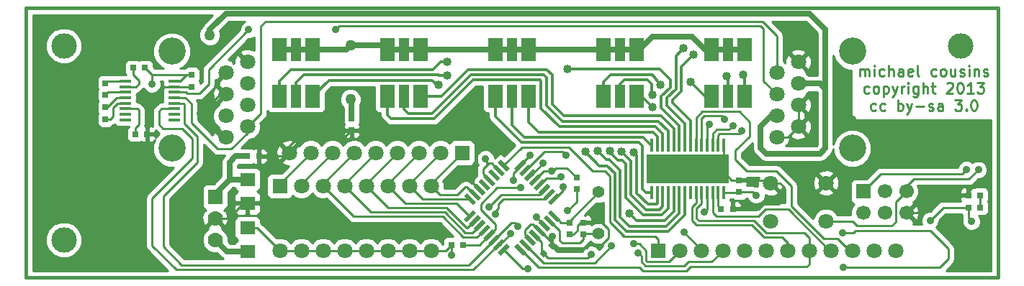
<source format=gtl>
G04 (created by PCBNEW (2013-mar-30)-stable) date Fri 10 May 2013 05:41:34 PM CDT*
%MOIN*%
G04 Gerber Fmt 3.4, Leading zero omitted, Abs format*
%FSLAX34Y34*%
G01*
G70*
G90*
G04 APERTURE LIST*
%ADD10C,2.3622e-06*%
%ADD11C,0.01*%
%ADD12C,0.015*%
%ADD13R,0.0551X0.0138*%
%ADD14R,0.07X0.07*%
%ADD15C,0.07*%
%ADD16C,0.0708661*%
%ADD17R,0.0708661X0.0708661*%
%ADD18R,0.0669X0.1063*%
%ADD19R,0.0512X0.1063*%
%ADD20R,0.0118X0.063*%
%ADD21R,0.3819X0.1339*%
%ADD22C,0.011811*%
%ADD23C,0.0551181*%
%ADD24C,0.125984*%
%ADD25R,0.0669291X0.0669291*%
%ADD26C,0.0669291*%
%ADD27R,0.0708661X0.0629921*%
%ADD28R,0.0275591X0.0275591*%
%ADD29C,0.11811*%
%ADD30C,0.035*%
%ADD31C,0.05*%
%ADD32C,0.04*%
%ADD33C,0.025*%
%ADD34C,0.012*%
G04 APERTURE END LIST*
G54D10*
G54D11*
X38607Y9347D02*
X38607Y9680D01*
X38607Y9633D02*
X38631Y9657D01*
X38679Y9680D01*
X38750Y9680D01*
X38798Y9657D01*
X38821Y9609D01*
X38821Y9347D01*
X38821Y9609D02*
X38845Y9657D01*
X38893Y9680D01*
X38964Y9680D01*
X39012Y9657D01*
X39036Y9609D01*
X39036Y9347D01*
X39274Y9347D02*
X39274Y9680D01*
X39274Y9847D02*
X39250Y9823D01*
X39274Y9800D01*
X39298Y9823D01*
X39274Y9847D01*
X39274Y9800D01*
X39726Y9371D02*
X39679Y9347D01*
X39583Y9347D01*
X39536Y9371D01*
X39512Y9395D01*
X39488Y9442D01*
X39488Y9585D01*
X39512Y9633D01*
X39536Y9657D01*
X39583Y9680D01*
X39679Y9680D01*
X39726Y9657D01*
X39940Y9347D02*
X39940Y9847D01*
X40155Y9347D02*
X40155Y9609D01*
X40131Y9657D01*
X40083Y9680D01*
X40012Y9680D01*
X39964Y9657D01*
X39940Y9633D01*
X40607Y9347D02*
X40607Y9609D01*
X40583Y9657D01*
X40536Y9680D01*
X40440Y9680D01*
X40393Y9657D01*
X40607Y9371D02*
X40560Y9347D01*
X40440Y9347D01*
X40393Y9371D01*
X40369Y9419D01*
X40369Y9466D01*
X40393Y9514D01*
X40440Y9538D01*
X40560Y9538D01*
X40607Y9561D01*
X41036Y9371D02*
X40988Y9347D01*
X40893Y9347D01*
X40845Y9371D01*
X40821Y9419D01*
X40821Y9609D01*
X40845Y9657D01*
X40893Y9680D01*
X40988Y9680D01*
X41036Y9657D01*
X41060Y9609D01*
X41060Y9561D01*
X40821Y9514D01*
X41345Y9347D02*
X41298Y9371D01*
X41274Y9419D01*
X41274Y9847D01*
X42131Y9371D02*
X42083Y9347D01*
X41988Y9347D01*
X41940Y9371D01*
X41917Y9395D01*
X41893Y9442D01*
X41893Y9585D01*
X41917Y9633D01*
X41940Y9657D01*
X41988Y9680D01*
X42083Y9680D01*
X42131Y9657D01*
X42417Y9347D02*
X42369Y9371D01*
X42345Y9395D01*
X42321Y9442D01*
X42321Y9585D01*
X42345Y9633D01*
X42369Y9657D01*
X42417Y9680D01*
X42488Y9680D01*
X42536Y9657D01*
X42560Y9633D01*
X42583Y9585D01*
X42583Y9442D01*
X42560Y9395D01*
X42536Y9371D01*
X42488Y9347D01*
X42417Y9347D01*
X43012Y9680D02*
X43012Y9347D01*
X42798Y9680D02*
X42798Y9419D01*
X42821Y9371D01*
X42869Y9347D01*
X42940Y9347D01*
X42988Y9371D01*
X43012Y9395D01*
X43226Y9371D02*
X43274Y9347D01*
X43369Y9347D01*
X43417Y9371D01*
X43440Y9419D01*
X43440Y9442D01*
X43417Y9490D01*
X43369Y9514D01*
X43298Y9514D01*
X43250Y9538D01*
X43226Y9585D01*
X43226Y9609D01*
X43250Y9657D01*
X43298Y9680D01*
X43369Y9680D01*
X43417Y9657D01*
X43655Y9347D02*
X43655Y9680D01*
X43655Y9847D02*
X43631Y9823D01*
X43655Y9800D01*
X43679Y9823D01*
X43655Y9847D01*
X43655Y9800D01*
X43893Y9680D02*
X43893Y9347D01*
X43893Y9633D02*
X43917Y9657D01*
X43964Y9680D01*
X44036Y9680D01*
X44083Y9657D01*
X44107Y9609D01*
X44107Y9347D01*
X44321Y9371D02*
X44369Y9347D01*
X44464Y9347D01*
X44512Y9371D01*
X44536Y9419D01*
X44536Y9442D01*
X44512Y9490D01*
X44464Y9514D01*
X44393Y9514D01*
X44345Y9538D01*
X44321Y9585D01*
X44321Y9609D01*
X44345Y9657D01*
X44393Y9680D01*
X44464Y9680D01*
X44512Y9657D01*
X39024Y8571D02*
X38976Y8547D01*
X38881Y8547D01*
X38833Y8571D01*
X38810Y8595D01*
X38786Y8642D01*
X38786Y8785D01*
X38810Y8833D01*
X38833Y8857D01*
X38881Y8880D01*
X38976Y8880D01*
X39024Y8857D01*
X39310Y8547D02*
X39262Y8571D01*
X39238Y8595D01*
X39214Y8642D01*
X39214Y8785D01*
X39238Y8833D01*
X39262Y8857D01*
X39310Y8880D01*
X39381Y8880D01*
X39429Y8857D01*
X39452Y8833D01*
X39476Y8785D01*
X39476Y8642D01*
X39452Y8595D01*
X39429Y8571D01*
X39381Y8547D01*
X39310Y8547D01*
X39690Y8880D02*
X39690Y8380D01*
X39690Y8857D02*
X39738Y8880D01*
X39833Y8880D01*
X39881Y8857D01*
X39905Y8833D01*
X39929Y8785D01*
X39929Y8642D01*
X39905Y8595D01*
X39881Y8571D01*
X39833Y8547D01*
X39738Y8547D01*
X39690Y8571D01*
X40095Y8880D02*
X40214Y8547D01*
X40333Y8880D02*
X40214Y8547D01*
X40167Y8428D01*
X40143Y8404D01*
X40095Y8380D01*
X40524Y8547D02*
X40524Y8880D01*
X40524Y8785D02*
X40548Y8833D01*
X40571Y8857D01*
X40619Y8880D01*
X40667Y8880D01*
X40833Y8547D02*
X40833Y8880D01*
X40833Y9047D02*
X40810Y9023D01*
X40833Y9000D01*
X40857Y9023D01*
X40833Y9047D01*
X40833Y9000D01*
X41286Y8880D02*
X41286Y8476D01*
X41262Y8428D01*
X41238Y8404D01*
X41190Y8380D01*
X41119Y8380D01*
X41071Y8404D01*
X41286Y8571D02*
X41238Y8547D01*
X41143Y8547D01*
X41095Y8571D01*
X41071Y8595D01*
X41048Y8642D01*
X41048Y8785D01*
X41071Y8833D01*
X41095Y8857D01*
X41143Y8880D01*
X41238Y8880D01*
X41286Y8857D01*
X41524Y8547D02*
X41524Y9047D01*
X41738Y8547D02*
X41738Y8809D01*
X41714Y8857D01*
X41667Y8880D01*
X41595Y8880D01*
X41548Y8857D01*
X41524Y8833D01*
X41905Y8880D02*
X42095Y8880D01*
X41976Y9047D02*
X41976Y8619D01*
X42000Y8571D01*
X42048Y8547D01*
X42095Y8547D01*
X42619Y9000D02*
X42643Y9023D01*
X42690Y9047D01*
X42810Y9047D01*
X42857Y9023D01*
X42881Y9000D01*
X42905Y8952D01*
X42905Y8904D01*
X42881Y8833D01*
X42595Y8547D01*
X42905Y8547D01*
X43214Y9047D02*
X43262Y9047D01*
X43310Y9023D01*
X43333Y9000D01*
X43357Y8952D01*
X43381Y8857D01*
X43381Y8738D01*
X43357Y8642D01*
X43333Y8595D01*
X43310Y8571D01*
X43262Y8547D01*
X43214Y8547D01*
X43167Y8571D01*
X43143Y8595D01*
X43119Y8642D01*
X43095Y8738D01*
X43095Y8857D01*
X43119Y8952D01*
X43143Y9000D01*
X43167Y9023D01*
X43214Y9047D01*
X43857Y8547D02*
X43571Y8547D01*
X43714Y8547D02*
X43714Y9047D01*
X43667Y8976D01*
X43619Y8928D01*
X43571Y8904D01*
X44024Y9047D02*
X44333Y9047D01*
X44167Y8857D01*
X44238Y8857D01*
X44286Y8833D01*
X44310Y8809D01*
X44333Y8761D01*
X44333Y8642D01*
X44310Y8595D01*
X44286Y8571D01*
X44238Y8547D01*
X44095Y8547D01*
X44048Y8571D01*
X44024Y8595D01*
X39333Y7771D02*
X39286Y7747D01*
X39190Y7747D01*
X39143Y7771D01*
X39119Y7795D01*
X39095Y7842D01*
X39095Y7985D01*
X39119Y8033D01*
X39143Y8057D01*
X39190Y8080D01*
X39286Y8080D01*
X39333Y8057D01*
X39762Y7771D02*
X39714Y7747D01*
X39619Y7747D01*
X39571Y7771D01*
X39548Y7795D01*
X39524Y7842D01*
X39524Y7985D01*
X39548Y8033D01*
X39571Y8057D01*
X39619Y8080D01*
X39714Y8080D01*
X39762Y8057D01*
X40357Y7747D02*
X40357Y8247D01*
X40357Y8057D02*
X40405Y8080D01*
X40500Y8080D01*
X40548Y8057D01*
X40571Y8033D01*
X40595Y7985D01*
X40595Y7842D01*
X40571Y7795D01*
X40548Y7771D01*
X40500Y7747D01*
X40405Y7747D01*
X40357Y7771D01*
X40762Y8080D02*
X40881Y7747D01*
X41000Y8080D02*
X40881Y7747D01*
X40833Y7628D01*
X40810Y7604D01*
X40762Y7580D01*
X41190Y7938D02*
X41571Y7938D01*
X41786Y7771D02*
X41833Y7747D01*
X41929Y7747D01*
X41976Y7771D01*
X42000Y7819D01*
X42000Y7842D01*
X41976Y7890D01*
X41929Y7914D01*
X41857Y7914D01*
X41810Y7938D01*
X41786Y7985D01*
X41786Y8009D01*
X41810Y8057D01*
X41857Y8080D01*
X41929Y8080D01*
X41976Y8057D01*
X42429Y7747D02*
X42429Y8009D01*
X42405Y8057D01*
X42357Y8080D01*
X42262Y8080D01*
X42214Y8057D01*
X42429Y7771D02*
X42381Y7747D01*
X42262Y7747D01*
X42214Y7771D01*
X42190Y7819D01*
X42190Y7866D01*
X42214Y7914D01*
X42262Y7938D01*
X42381Y7938D01*
X42429Y7961D01*
X43000Y8247D02*
X43310Y8247D01*
X43143Y8057D01*
X43214Y8057D01*
X43262Y8033D01*
X43286Y8009D01*
X43310Y7961D01*
X43310Y7842D01*
X43286Y7795D01*
X43262Y7771D01*
X43214Y7747D01*
X43071Y7747D01*
X43024Y7771D01*
X43000Y7795D01*
X43524Y7795D02*
X43548Y7771D01*
X43524Y7747D01*
X43500Y7771D01*
X43524Y7795D01*
X43524Y7747D01*
X43857Y8247D02*
X43905Y8247D01*
X43952Y8223D01*
X43976Y8200D01*
X44000Y8152D01*
X44024Y8057D01*
X44024Y7938D01*
X44000Y7842D01*
X43976Y7795D01*
X43952Y7771D01*
X43905Y7747D01*
X43857Y7747D01*
X43810Y7771D01*
X43786Y7795D01*
X43762Y7842D01*
X43738Y7938D01*
X43738Y8057D01*
X43762Y8152D01*
X43786Y8200D01*
X43810Y8223D01*
X43857Y8247D01*
G54D12*
X0Y0D02*
X0Y12500D01*
X45000Y0D02*
X45000Y12500D01*
X45000Y0D02*
X0Y0D01*
X0Y12500D02*
X45000Y12500D01*
G54D13*
X6852Y7314D03*
X6852Y7570D03*
X6852Y7826D03*
X6852Y8082D03*
X6852Y8338D03*
X6852Y8594D03*
X6852Y8850D03*
X6852Y9106D03*
X4588Y9106D03*
X4588Y8850D03*
X4588Y8594D03*
X4588Y8338D03*
X4588Y8082D03*
X4588Y7826D03*
X4588Y7570D03*
X4588Y7314D03*
G54D10*
G36*
X23168Y1161D02*
X23029Y1022D01*
X22611Y1440D01*
X22751Y1579D01*
X23168Y1161D01*
X23168Y1161D01*
G37*
G36*
X23391Y1384D02*
X23252Y1245D01*
X22834Y1663D01*
X22973Y1802D01*
X23391Y1384D01*
X23391Y1384D01*
G37*
G36*
X23614Y1607D02*
X23475Y1468D01*
X23057Y1885D01*
X23196Y2025D01*
X23614Y1607D01*
X23614Y1607D01*
G37*
G36*
X23837Y1830D02*
X23697Y1690D01*
X23279Y2108D01*
X23419Y2248D01*
X23837Y1830D01*
X23837Y1830D01*
G37*
G36*
X24059Y2052D02*
X23919Y1912D01*
X23501Y2330D01*
X23641Y2470D01*
X24059Y2052D01*
X24059Y2052D01*
G37*
G36*
X24281Y2274D02*
X24142Y2135D01*
X23724Y2553D01*
X23864Y2692D01*
X24281Y2274D01*
X24281Y2274D01*
G37*
G36*
X24504Y2497D02*
X24365Y2358D01*
X23947Y2776D01*
X24086Y2915D01*
X24504Y2497D01*
X24504Y2497D01*
G37*
G36*
X24727Y2720D02*
X24588Y2581D01*
X24170Y2998D01*
X24309Y3138D01*
X24727Y2720D01*
X24727Y2720D01*
G37*
G36*
X24588Y3918D02*
X24727Y3779D01*
X24309Y3361D01*
X24170Y3501D01*
X24588Y3918D01*
X24588Y3918D01*
G37*
G36*
X24365Y4141D02*
X24504Y4002D01*
X24086Y3584D01*
X23947Y3723D01*
X24365Y4141D01*
X24365Y4141D01*
G37*
G36*
X24142Y4364D02*
X24281Y4225D01*
X23864Y3807D01*
X23724Y3946D01*
X24142Y4364D01*
X24142Y4364D01*
G37*
G36*
X23919Y4587D02*
X24059Y4447D01*
X23641Y4029D01*
X23501Y4169D01*
X23919Y4587D01*
X23919Y4587D01*
G37*
G36*
X23697Y4809D02*
X23837Y4669D01*
X23419Y4251D01*
X23279Y4391D01*
X23697Y4809D01*
X23697Y4809D01*
G37*
G36*
X23475Y5031D02*
X23614Y4892D01*
X23196Y4474D01*
X23057Y4614D01*
X23475Y5031D01*
X23475Y5031D01*
G37*
G36*
X23252Y5254D02*
X23391Y5115D01*
X22973Y4697D01*
X22834Y4836D01*
X23252Y5254D01*
X23252Y5254D01*
G37*
G36*
X23029Y5477D02*
X23168Y5338D01*
X22751Y4920D01*
X22611Y5059D01*
X23029Y5477D01*
X23029Y5477D01*
G37*
G36*
X21831Y5338D02*
X21970Y5477D01*
X22388Y5059D01*
X22248Y4920D01*
X21831Y5338D01*
X21831Y5338D01*
G37*
G36*
X21608Y5115D02*
X21747Y5254D01*
X22165Y4836D01*
X22026Y4697D01*
X21608Y5115D01*
X21608Y5115D01*
G37*
G36*
X21385Y4892D02*
X21524Y5031D01*
X21942Y4614D01*
X21803Y4474D01*
X21385Y4892D01*
X21385Y4892D01*
G37*
G36*
X21162Y4669D02*
X21302Y4809D01*
X21720Y4391D01*
X21580Y4251D01*
X21162Y4669D01*
X21162Y4669D01*
G37*
G36*
X20940Y4447D02*
X21080Y4587D01*
X21498Y4169D01*
X21358Y4029D01*
X20940Y4447D01*
X20940Y4447D01*
G37*
G36*
X20718Y4225D02*
X20857Y4364D01*
X21275Y3946D01*
X21135Y3807D01*
X20718Y4225D01*
X20718Y4225D01*
G37*
G36*
X20495Y4002D02*
X20634Y4141D01*
X21052Y3723D01*
X20913Y3584D01*
X20495Y4002D01*
X20495Y4002D01*
G37*
G36*
X20272Y3779D02*
X20411Y3918D01*
X20829Y3501D01*
X20690Y3361D01*
X20272Y3779D01*
X20272Y3779D01*
G37*
G36*
X20411Y2581D02*
X20272Y2720D01*
X20690Y3138D01*
X20829Y2998D01*
X20411Y2581D01*
X20411Y2581D01*
G37*
G36*
X20634Y2358D02*
X20495Y2497D01*
X20913Y2915D01*
X21052Y2776D01*
X20634Y2358D01*
X20634Y2358D01*
G37*
G36*
X20857Y2135D02*
X20718Y2274D01*
X21135Y2692D01*
X21275Y2553D01*
X20857Y2135D01*
X20857Y2135D01*
G37*
G36*
X21080Y1912D02*
X20940Y2052D01*
X21358Y2470D01*
X21498Y2330D01*
X21080Y1912D01*
X21080Y1912D01*
G37*
G36*
X21302Y1690D02*
X21162Y1830D01*
X21580Y2248D01*
X21720Y2108D01*
X21302Y1690D01*
X21302Y1690D01*
G37*
G36*
X21524Y1468D02*
X21385Y1607D01*
X21803Y2025D01*
X21942Y1885D01*
X21524Y1468D01*
X21524Y1468D01*
G37*
G36*
X21747Y1245D02*
X21608Y1384D01*
X22026Y1802D01*
X22165Y1663D01*
X21747Y1245D01*
X21747Y1245D01*
G37*
G36*
X21970Y1022D02*
X21831Y1161D01*
X22248Y1579D01*
X22388Y1440D01*
X21970Y1022D01*
X21970Y1022D01*
G37*
G54D14*
X8750Y3750D03*
G54D15*
X8750Y2750D03*
X8750Y1750D03*
G54D16*
X34470Y4385D03*
X37029Y4385D03*
X34470Y2614D03*
X37029Y2614D03*
G54D17*
X20180Y5790D03*
G54D16*
X19180Y5790D03*
X18180Y5790D03*
X17180Y5790D03*
X16180Y5790D03*
X15180Y5790D03*
X14180Y5790D03*
X13180Y5790D03*
X12180Y5790D03*
G54D17*
X29250Y1250D03*
G54D16*
X30250Y1250D03*
X31250Y1250D03*
X32250Y1250D03*
X33250Y1250D03*
X34250Y1250D03*
X35250Y1250D03*
X36250Y1250D03*
X37250Y1250D03*
X38250Y1250D03*
X39250Y1250D03*
X40250Y1250D03*
G54D18*
X11722Y8417D03*
G54D19*
X12500Y8417D03*
G54D18*
X13278Y8417D03*
X13278Y10583D03*
G54D19*
X12500Y10583D03*
G54D18*
X11722Y10583D03*
X16722Y8417D03*
G54D19*
X17500Y8417D03*
G54D18*
X18278Y8417D03*
X18278Y10583D03*
G54D19*
X17500Y10583D03*
G54D18*
X16722Y10583D03*
X21722Y8417D03*
G54D19*
X22500Y8417D03*
G54D18*
X23278Y8417D03*
X23278Y10583D03*
G54D19*
X22500Y10583D03*
G54D18*
X21722Y10583D03*
X26722Y8417D03*
G54D19*
X27500Y8417D03*
G54D18*
X28278Y8417D03*
X28278Y10583D03*
G54D19*
X27500Y10583D03*
G54D18*
X26722Y10583D03*
X31722Y8417D03*
G54D19*
X32500Y8417D03*
G54D18*
X33278Y8417D03*
X33278Y10583D03*
G54D19*
X32500Y10583D03*
G54D18*
X31722Y10583D03*
G54D20*
X30758Y3938D03*
X31014Y3938D03*
X31270Y3938D03*
X31526Y3938D03*
X31782Y3938D03*
X32037Y3938D03*
X32293Y3938D03*
X30502Y3938D03*
X30246Y3938D03*
X29990Y3938D03*
X29734Y3938D03*
X29478Y3938D03*
X29223Y3938D03*
X28967Y3938D03*
X28967Y6142D03*
X29223Y6142D03*
X29478Y6142D03*
X29734Y6142D03*
X29990Y6142D03*
X30246Y6142D03*
X30502Y6142D03*
X32293Y6142D03*
X32037Y6142D03*
X31782Y6142D03*
X31526Y6142D03*
X31270Y6142D03*
X31014Y6142D03*
X30758Y6142D03*
G54D21*
X30630Y5040D03*
G54D22*
X30630Y5040D03*
X30630Y4528D03*
X30630Y5551D03*
X30118Y4528D03*
X30118Y5040D03*
X30118Y5551D03*
X29606Y5551D03*
X29606Y5040D03*
X29606Y4528D03*
X29094Y5551D03*
X29094Y5040D03*
X29094Y4528D03*
X31141Y5551D03*
X31141Y5040D03*
X31141Y4528D03*
X31653Y5551D03*
X31653Y5040D03*
X31692Y4528D03*
X32165Y5551D03*
X32165Y5040D03*
X32165Y4528D03*
G54D23*
X26500Y3960D03*
X26500Y2039D03*
G54D17*
X11750Y4250D03*
G54D16*
X12750Y4250D03*
X14750Y4250D03*
X15750Y4250D03*
X16750Y4250D03*
X17750Y4250D03*
X18750Y4250D03*
X18750Y1250D03*
X17750Y1250D03*
X16750Y1250D03*
X15750Y1250D03*
X14750Y1250D03*
X13750Y1250D03*
X12750Y1250D03*
X11750Y1250D03*
X13750Y4250D03*
X35750Y10000D03*
X34750Y9500D03*
X35750Y9000D03*
X34750Y8500D03*
X35750Y8000D03*
X34750Y7500D03*
X35750Y7000D03*
X34750Y6500D03*
G54D24*
X38250Y10500D03*
X38250Y6000D03*
G54D16*
X9250Y6500D03*
X10250Y7000D03*
X9250Y7500D03*
X10250Y8000D03*
X9250Y8500D03*
X10250Y9000D03*
X9250Y9500D03*
X10250Y10000D03*
G54D24*
X6750Y6000D03*
X6750Y10500D03*
G54D25*
X38750Y4000D03*
G54D26*
X38750Y3000D03*
X39750Y4000D03*
X39750Y3000D03*
X40750Y4000D03*
X40750Y3000D03*
G54D27*
X10250Y4551D03*
X10250Y3448D03*
X10250Y1198D03*
X10250Y2301D03*
G54D28*
X25810Y2545D03*
X25810Y1994D03*
X44175Y3812D03*
X43624Y3812D03*
X44175Y3250D03*
X43624Y3250D03*
X15076Y7385D03*
X15076Y6834D03*
X10244Y5630D03*
X10795Y5630D03*
X33010Y3974D03*
X33010Y4525D03*
X32725Y3185D03*
X32174Y3185D03*
G54D10*
G36*
X23975Y930D02*
X23780Y1125D01*
X23975Y1320D01*
X24170Y1125D01*
X23975Y930D01*
X23975Y930D01*
G37*
G36*
X24364Y1320D02*
X24170Y1514D01*
X24364Y1709D01*
X24559Y1514D01*
X24364Y1320D01*
X24364Y1320D01*
G37*
G54D28*
X3670Y8474D03*
X3670Y9025D03*
X25150Y1994D03*
X25150Y2545D03*
X5054Y6650D03*
X5605Y6650D03*
X20235Y1520D03*
X19684Y1520D03*
X25480Y4655D03*
X25480Y4104D03*
X4954Y9730D03*
X5505Y9730D03*
X3670Y7895D03*
X3670Y7344D03*
X7670Y8854D03*
X7670Y9405D03*
G54D29*
X43250Y10750D03*
X1750Y10750D03*
X1750Y1750D03*
G54D30*
X21738Y2926D03*
X21430Y3262D03*
X24340Y4940D03*
X33145Y6795D03*
X24760Y4680D03*
X31410Y3030D03*
X27110Y1470D03*
X37810Y2090D03*
X37830Y460D03*
X23230Y420D03*
X28340Y1140D03*
X23940Y5310D03*
X32720Y7050D03*
X22890Y4160D03*
X44080Y5000D03*
X10312Y11496D03*
X14330Y11510D03*
X22768Y2390D03*
X22440Y2026D03*
X43530Y5010D03*
X22550Y4520D03*
X28120Y1570D03*
X23340Y5690D03*
X30450Y2110D03*
X24990Y5690D03*
X32340Y7340D03*
X31640Y7110D03*
X24870Y4220D03*
G54D31*
X8500Y11250D03*
X15020Y8270D03*
X15020Y10760D03*
G54D30*
X24361Y1922D03*
X42305Y7070D03*
X6030Y8100D03*
X8070Y7600D03*
X41710Y3450D03*
X38270Y7350D03*
G54D32*
X33210Y9400D03*
X27920Y2980D03*
X28980Y8480D03*
X27570Y5830D03*
X19500Y9390D03*
X30440Y10630D03*
X27025Y5865D03*
X29350Y8940D03*
X28980Y7920D03*
X28120Y5825D03*
X25070Y9660D03*
X19490Y9995D03*
X26450Y5870D03*
X32435Y9350D03*
X30890Y10340D03*
X19100Y8930D03*
X25880Y5835D03*
X30755Y9080D03*
G54D30*
X43760Y2600D03*
X23621Y2793D03*
X21269Y5516D03*
X25078Y3122D03*
X5826Y8974D03*
X26160Y1084D03*
X19710Y1040D03*
X33790Y3820D03*
X41850Y2650D03*
G54D11*
X18750Y4250D02*
X18750Y4360D01*
X18750Y4360D02*
X20180Y5790D01*
X20773Y3863D02*
X20746Y3863D01*
X19159Y3840D02*
X18750Y4250D01*
X19950Y3840D02*
X19159Y3840D01*
X20319Y4210D02*
X19950Y3840D01*
X20400Y4210D02*
X20319Y4210D01*
X20746Y3863D02*
X20400Y4210D01*
X17750Y4250D02*
X17750Y4360D01*
X17750Y4360D02*
X19180Y5790D01*
X20551Y3640D02*
X18359Y3640D01*
X18359Y3640D02*
X17750Y4250D01*
X16750Y4250D02*
X16750Y4360D01*
X16750Y4360D02*
X18180Y5790D01*
X20551Y2859D02*
X20510Y2859D01*
X17560Y3440D02*
X16750Y4250D01*
X19930Y3440D02*
X17560Y3440D01*
X20510Y2859D02*
X19930Y3440D01*
X15750Y4250D02*
X15750Y4360D01*
X15750Y4360D02*
X17180Y5790D01*
X20773Y2636D02*
X20773Y2633D01*
X16770Y3230D02*
X15750Y4250D01*
X19470Y3230D02*
X16770Y3230D01*
X20400Y2300D02*
X19470Y3230D01*
X20440Y2300D02*
X20400Y2300D01*
X20773Y2633D02*
X20440Y2300D01*
X14750Y4250D02*
X14750Y4360D01*
X14750Y4360D02*
X16180Y5790D01*
X20996Y2414D02*
X20984Y2414D01*
X15970Y3029D02*
X14750Y4250D01*
X19380Y3029D02*
X15970Y3029D01*
X20330Y2080D02*
X19380Y3029D01*
X20650Y2080D02*
X20330Y2080D01*
X20984Y2414D02*
X20650Y2080D01*
X13750Y4250D02*
X13750Y4360D01*
X13750Y4360D02*
X15180Y5790D01*
X21219Y2191D02*
X21181Y2191D01*
X15170Y2829D02*
X13750Y4250D01*
X19280Y2829D02*
X15170Y2829D01*
X20240Y1870D02*
X19280Y2829D01*
X20860Y1870D02*
X20240Y1870D01*
X21181Y2191D02*
X20860Y1870D01*
X21738Y2926D02*
X21738Y3080D01*
X23991Y3628D02*
X24226Y3863D01*
X22083Y3628D02*
X23991Y3628D01*
X21857Y3402D02*
X22083Y3628D01*
X21857Y3199D02*
X21857Y3402D01*
X21738Y3080D02*
X21857Y3199D01*
X12750Y4250D02*
X12750Y4360D01*
X12750Y4360D02*
X14180Y5790D01*
X24003Y4085D02*
X24003Y4071D01*
X21997Y3829D02*
X21430Y3262D01*
X23761Y3829D02*
X21997Y3829D01*
X24003Y4071D02*
X23761Y3829D01*
X11750Y4250D02*
X11750Y4360D01*
X11750Y4360D02*
X13180Y5790D01*
X24340Y4940D02*
X24390Y4940D01*
X25045Y5090D02*
X25480Y4655D01*
X24540Y5090D02*
X25045Y5090D01*
X24390Y4940D02*
X24540Y5090D01*
X23558Y4530D02*
X23558Y4538D01*
X23960Y4940D02*
X24340Y4940D01*
X23558Y4538D02*
X23960Y4940D01*
X33020Y6670D02*
X32110Y6670D01*
X33145Y6795D02*
X33020Y6670D01*
X32110Y6670D02*
X32037Y6597D01*
X32037Y6597D02*
X32037Y6142D01*
X23788Y4308D02*
X24090Y4610D01*
X24090Y4610D02*
X24690Y4610D01*
X24690Y4610D02*
X24760Y4680D01*
X23780Y4308D02*
X23788Y4308D01*
X31526Y3146D02*
X31410Y3030D01*
X31526Y3146D02*
X31526Y3938D01*
X37250Y1250D02*
X37210Y1250D01*
X35290Y3170D02*
X34235Y3170D01*
X37210Y1250D02*
X35290Y3170D01*
X23116Y1523D02*
X23950Y690D01*
X23950Y690D02*
X26330Y690D01*
X26330Y690D02*
X27110Y1470D01*
X23113Y1523D02*
X23116Y1523D01*
X33905Y2840D02*
X33260Y2840D01*
X34235Y3170D02*
X33905Y2840D01*
X31782Y3938D02*
X31782Y3008D01*
X31950Y2840D02*
X33260Y2840D01*
X31782Y3008D02*
X31950Y2840D01*
X37830Y460D02*
X42300Y460D01*
X38310Y2090D02*
X37810Y2090D01*
X38410Y2190D02*
X38310Y2090D01*
X41850Y2190D02*
X38410Y2190D01*
X42700Y1340D02*
X41850Y2190D01*
X42700Y860D02*
X42700Y1340D01*
X42300Y460D02*
X42700Y860D01*
X22109Y1301D02*
X22109Y1300D01*
X37820Y450D02*
X37820Y440D01*
X37830Y460D02*
X37820Y450D01*
X22990Y420D02*
X23230Y420D01*
X22109Y1300D02*
X22990Y420D01*
X31770Y2429D02*
X31020Y2429D01*
X35250Y1599D02*
X34990Y1859D01*
X34990Y1859D02*
X34160Y1859D01*
X34160Y1859D02*
X33590Y2429D01*
X33590Y2429D02*
X31770Y2429D01*
X30820Y3270D02*
X31014Y3464D01*
X30820Y2950D02*
X30820Y3270D01*
X31014Y3464D02*
X31014Y3938D01*
X35250Y1250D02*
X35250Y1599D01*
X31020Y2429D02*
X30820Y2630D01*
X30820Y2630D02*
X30820Y2950D01*
X22890Y1301D02*
X22898Y1301D01*
X36250Y620D02*
X36250Y1250D01*
X36140Y510D02*
X36250Y620D01*
X30760Y510D02*
X36140Y510D01*
X30570Y320D02*
X30760Y510D01*
X28560Y320D02*
X30570Y320D01*
X28400Y480D02*
X28560Y320D01*
X23720Y480D02*
X28400Y480D01*
X22898Y1301D02*
X23720Y480D01*
X31040Y3040D02*
X31040Y2745D01*
X31155Y2630D02*
X31605Y2630D01*
X31040Y2745D02*
X31155Y2630D01*
X31270Y3938D02*
X31270Y3437D01*
X31040Y3207D02*
X31040Y3040D01*
X31270Y3437D02*
X31040Y3207D01*
X33020Y2630D02*
X33695Y2630D01*
X33020Y2630D02*
X31605Y2630D01*
X33695Y2630D02*
X34265Y2060D01*
X34265Y2060D02*
X36020Y2060D01*
X36020Y2060D02*
X36250Y1830D01*
X36250Y1830D02*
X36250Y1250D01*
X30180Y539D02*
X30469Y539D01*
X31740Y740D02*
X32250Y1250D01*
X30670Y740D02*
X31740Y740D01*
X30469Y539D02*
X30670Y740D01*
X28670Y539D02*
X30180Y539D01*
X28480Y730D02*
X28670Y539D01*
X28480Y1000D02*
X28480Y730D01*
X28340Y1140D02*
X28480Y1000D01*
X23335Y4753D02*
X23383Y4753D01*
X23383Y4753D02*
X23940Y5310D01*
X31975Y6870D02*
X31782Y6677D01*
X32540Y6870D02*
X31975Y6870D01*
X32720Y7050D02*
X32540Y6870D01*
X31782Y6142D02*
X31782Y6677D01*
X22890Y4160D02*
X21810Y4160D01*
X21052Y3135D02*
X21720Y2467D01*
X21052Y3402D02*
X21052Y3135D01*
X21810Y4160D02*
X21052Y3402D01*
X21441Y1969D02*
X21441Y1971D01*
X21441Y1971D02*
X21720Y2250D01*
X21720Y2250D02*
X21720Y2467D01*
X40750Y4000D02*
X40750Y4230D01*
X43640Y4560D02*
X44080Y5000D01*
X41080Y4560D02*
X43640Y4560D01*
X40750Y4230D02*
X41080Y4560D01*
X37029Y2614D02*
X38255Y2614D01*
X40250Y3500D02*
X40750Y4000D01*
X40250Y2580D02*
X40250Y3500D01*
X40070Y2400D02*
X40250Y2580D01*
X38470Y2400D02*
X40070Y2400D01*
X38255Y2614D02*
X38470Y2400D01*
X20235Y1520D02*
X20992Y1520D01*
X20992Y1520D02*
X21441Y1969D01*
X10250Y7000D02*
X10250Y6700D01*
X7372Y8338D02*
X6852Y8338D01*
X7650Y8060D02*
X7372Y8338D01*
X7650Y7170D02*
X7650Y8060D01*
X8860Y5960D02*
X7650Y7170D01*
X9510Y5960D02*
X8860Y5960D01*
X10250Y6700D02*
X9510Y5960D01*
X34750Y9500D02*
X34750Y11224D01*
X10870Y7620D02*
X10250Y7000D01*
X10870Y11660D02*
X10870Y7620D01*
X11084Y11874D02*
X10870Y11660D01*
X34100Y11874D02*
X11084Y11874D01*
X34750Y11224D02*
X34100Y11874D01*
X7398Y8594D02*
X7460Y8532D01*
X7460Y8532D02*
X8018Y8532D01*
X8018Y8532D02*
X8450Y8964D01*
X8450Y8964D02*
X8450Y9634D01*
X8450Y9634D02*
X10312Y11496D01*
X6852Y8594D02*
X7398Y8594D01*
X34130Y9120D02*
X34750Y8500D01*
X34130Y11550D02*
X34130Y9120D01*
X34005Y11674D02*
X34130Y11550D01*
X14494Y11674D02*
X34005Y11674D01*
X14330Y11510D02*
X14494Y11674D01*
X6852Y8082D02*
X7294Y8082D01*
X7920Y6558D02*
X7920Y5338D01*
X7346Y7132D02*
X7920Y6558D01*
X7346Y8030D02*
X7346Y7132D01*
X7294Y8082D02*
X7346Y8030D01*
X6350Y1430D02*
X6350Y3768D01*
X21664Y1746D02*
X21664Y1744D01*
X20490Y570D02*
X7210Y570D01*
X21664Y1744D02*
X20490Y570D01*
X7210Y570D02*
X6350Y1430D01*
X6350Y3768D02*
X7920Y5338D01*
X22447Y2530D02*
X21664Y1746D01*
X22628Y2530D02*
X22447Y2530D01*
X22768Y2390D02*
X22628Y2530D01*
X7700Y6264D02*
X7700Y6450D01*
X6268Y7826D02*
X6852Y7826D01*
X6150Y7708D02*
X6268Y7826D01*
X6150Y7104D02*
X6150Y7708D01*
X6338Y6916D02*
X6150Y7104D01*
X7234Y6916D02*
X6338Y6916D01*
X7700Y6450D02*
X7234Y6916D01*
X5836Y3690D02*
X5836Y1474D01*
X7700Y5554D02*
X5836Y3690D01*
X7700Y6264D02*
X7700Y5554D01*
X21886Y1523D02*
X21937Y1523D01*
X21937Y1523D02*
X22440Y2026D01*
X21886Y1523D02*
X21863Y1523D01*
X20700Y360D02*
X6950Y360D01*
X21863Y1523D02*
X20700Y360D01*
X6950Y360D02*
X5836Y1474D01*
X22890Y5198D02*
X22890Y5190D01*
X39570Y4820D02*
X38750Y4000D01*
X43530Y5010D02*
X43340Y4820D01*
X43340Y4820D02*
X39570Y4820D01*
X22550Y4850D02*
X22550Y4520D01*
X22890Y5190D02*
X22550Y4850D01*
X28120Y1570D02*
X28380Y1570D01*
X28710Y1240D02*
X28710Y1080D01*
X28380Y1570D02*
X28710Y1240D01*
X29500Y740D02*
X28760Y740D01*
X28710Y790D02*
X28710Y1080D01*
X28760Y740D02*
X28710Y790D01*
X30250Y1250D02*
X30250Y1240D01*
X29750Y740D02*
X29500Y740D01*
X30250Y1240D02*
X29750Y740D01*
X22890Y5240D02*
X22890Y5198D01*
X23340Y5690D02*
X22890Y5240D01*
X31250Y1270D02*
X31250Y1250D01*
X30450Y2110D02*
X31250Y1270D01*
X23113Y4976D02*
X23126Y4976D01*
X23126Y4976D02*
X23994Y5844D01*
X23994Y5844D02*
X24835Y5844D01*
X24835Y5844D02*
X24990Y5690D01*
X31270Y7377D02*
X31270Y6142D01*
X31387Y7494D02*
X31270Y7377D01*
X32185Y7494D02*
X31387Y7494D01*
X32340Y7340D02*
X32185Y7494D01*
X29250Y1790D02*
X29250Y1250D01*
X27684Y1909D02*
X29130Y1909D01*
X27019Y2574D02*
X27684Y1909D01*
X29130Y1909D02*
X29250Y1790D01*
X27019Y2630D02*
X27019Y2574D01*
X22955Y6044D02*
X22109Y5198D01*
X25135Y6044D02*
X22955Y6044D01*
X26240Y4940D02*
X25135Y6044D01*
X26784Y4940D02*
X26240Y4940D01*
X27019Y4705D02*
X26784Y4940D01*
X27019Y2630D02*
X27019Y4705D01*
X27670Y1924D02*
X27019Y2574D01*
X31526Y6142D02*
X31526Y6996D01*
X31526Y6996D02*
X31640Y7110D01*
X38250Y1250D02*
X38120Y1250D01*
X35420Y3322D02*
X35420Y4250D01*
X36922Y1820D02*
X35420Y3322D01*
X37550Y1820D02*
X36922Y1820D01*
X38120Y1250D02*
X37550Y1820D01*
X24448Y3640D02*
X24470Y3640D01*
X24870Y4040D02*
X24870Y4220D01*
X24470Y3640D02*
X24870Y4040D01*
X32840Y5460D02*
X32840Y5790D01*
X32840Y5895D02*
X33500Y6555D01*
X33500Y6555D02*
X33500Y6760D01*
X32840Y5790D02*
X32840Y5895D01*
X33500Y7220D02*
X33025Y7695D01*
X33025Y7695D02*
X31305Y7695D01*
X31305Y7695D02*
X31014Y7404D01*
X31014Y7404D02*
X31014Y6142D01*
X33500Y6760D02*
X33500Y7220D01*
X35420Y4250D02*
X34740Y4930D01*
X34740Y4930D02*
X33370Y4930D01*
X33370Y4930D02*
X32840Y5460D01*
G54D33*
X9421Y4551D02*
X9421Y5351D01*
X9700Y5630D02*
X10244Y5630D01*
X9421Y5351D02*
X9700Y5630D01*
X37000Y8750D02*
X37000Y11500D01*
X8500Y11500D02*
X8500Y11250D01*
X9250Y12250D02*
X8500Y11500D01*
X36250Y12250D02*
X9250Y12250D01*
X37000Y11500D02*
X36250Y12250D01*
X34750Y7500D02*
X34500Y7500D01*
X36750Y9000D02*
X35750Y9000D01*
X37000Y8750D02*
X36750Y9000D01*
X37000Y6000D02*
X37000Y8750D01*
X36750Y5750D02*
X37000Y6000D01*
X34250Y5750D02*
X36750Y5750D01*
X34000Y6000D02*
X34250Y5750D01*
X34000Y7000D02*
X34000Y6000D01*
X34500Y7500D02*
X34000Y7000D01*
X8750Y3750D02*
X8750Y3880D01*
X8750Y3880D02*
X9421Y4551D01*
X9421Y4551D02*
X10250Y4551D01*
X15076Y7385D02*
X15076Y8214D01*
X15076Y8214D02*
X15020Y8270D01*
X32500Y10583D02*
X33278Y10583D01*
X31722Y10583D02*
X32500Y10583D01*
X27500Y10583D02*
X28278Y10583D01*
X26722Y10583D02*
X27500Y10583D01*
X23278Y10583D02*
X26722Y10583D01*
X22500Y10583D02*
X23278Y10583D01*
X21722Y10583D02*
X22500Y10583D01*
X18278Y10583D02*
X21722Y10583D01*
X17500Y10583D02*
X18278Y10583D01*
X16722Y10583D02*
X17500Y10583D01*
X15020Y10760D02*
X16545Y10760D01*
X16545Y10760D02*
X16722Y10583D01*
X12500Y10583D02*
X11722Y10583D01*
X13278Y10583D02*
X12500Y10583D01*
X14843Y10583D02*
X13278Y10583D01*
X15020Y10760D02*
X14843Y10583D01*
X28278Y10583D02*
X28388Y10583D01*
X28388Y10583D02*
X28995Y11190D01*
X28995Y11190D02*
X30220Y11190D01*
X31437Y10583D02*
X31722Y10583D01*
X30830Y11190D02*
X30220Y11190D01*
X31437Y10583D02*
X30830Y11190D01*
X10250Y1198D02*
X9301Y1198D01*
X9301Y1198D02*
X8750Y1750D01*
G54D11*
X24364Y1514D02*
X24364Y1918D01*
X24364Y1918D02*
X24361Y1922D01*
X43624Y3812D02*
X43624Y3973D01*
X43880Y5495D02*
X42305Y7070D01*
X44330Y5495D02*
X43880Y5495D01*
X44523Y5302D02*
X44330Y5495D01*
X44523Y4655D02*
X44523Y5302D01*
X44362Y4494D02*
X44523Y4655D01*
X44145Y4494D02*
X44362Y4494D01*
X43624Y3973D02*
X44145Y4494D01*
X43624Y3812D02*
X42072Y3812D01*
X42072Y3812D02*
X41710Y3450D01*
X23780Y2191D02*
X23776Y2191D01*
X23083Y1999D02*
X23335Y1746D01*
X23083Y2201D02*
X23083Y1999D01*
X23371Y2489D02*
X23083Y2201D01*
X23479Y2489D02*
X23371Y2489D01*
X23776Y2191D02*
X23479Y2489D01*
X8480Y7690D02*
X8160Y7690D01*
X6010Y8080D02*
X5605Y8080D01*
X6030Y8100D02*
X6010Y8080D01*
X8160Y7690D02*
X8070Y7600D01*
X20996Y4085D02*
X20984Y4085D01*
X20175Y6834D02*
X15076Y6834D01*
X20860Y6150D02*
X20175Y6834D01*
X20860Y5230D02*
X20860Y6150D01*
X20610Y4980D02*
X20860Y5230D01*
X20610Y4460D02*
X20610Y4980D01*
X20984Y4085D02*
X20610Y4460D01*
X12180Y5790D02*
X12180Y6100D01*
X12180Y6100D02*
X12650Y6570D01*
X12650Y6570D02*
X14811Y6570D01*
X14811Y6570D02*
X15076Y6834D01*
X5605Y6650D02*
X5605Y8080D01*
X5605Y8080D02*
X5605Y8115D01*
X5605Y8115D02*
X6340Y8850D01*
X6340Y8850D02*
X6852Y8850D01*
X6852Y8850D02*
X7665Y8850D01*
X7665Y8850D02*
X7670Y8854D01*
X24364Y1514D02*
X24503Y1514D01*
X26674Y2545D02*
X25810Y2545D01*
X26970Y2250D02*
X26674Y2545D01*
X26970Y1840D02*
X26970Y2250D01*
X26656Y1526D02*
X26970Y1840D01*
X26106Y1526D02*
X26656Y1526D01*
X25948Y1368D02*
X26106Y1526D01*
X24650Y1368D02*
X25948Y1368D01*
X24503Y1514D02*
X24650Y1368D01*
X32725Y3185D02*
X33913Y3185D01*
X34908Y4385D02*
X34470Y4385D01*
X35080Y4214D02*
X34908Y4385D01*
X35080Y3660D02*
X35080Y4214D01*
X34836Y3416D02*
X35080Y3660D01*
X34144Y3416D02*
X34836Y3416D01*
X33913Y3185D02*
X34144Y3416D01*
X40750Y3000D02*
X41260Y3000D01*
X41260Y3000D02*
X41710Y3450D01*
X37029Y4385D02*
X37075Y4385D01*
X39200Y6420D02*
X38270Y7350D01*
X39200Y5460D02*
X39200Y6420D01*
X38590Y4850D02*
X39200Y5460D01*
X37540Y4850D02*
X38590Y4850D01*
X37075Y4385D02*
X37540Y4850D01*
X10795Y5630D02*
X12020Y5630D01*
X12020Y5630D02*
X12180Y5790D01*
X9250Y8500D02*
X8980Y8500D01*
X9030Y6500D02*
X9250Y6500D01*
X8480Y7050D02*
X9030Y6500D01*
X8480Y8000D02*
X8480Y7690D01*
X8480Y7690D02*
X8480Y7050D01*
X8980Y8500D02*
X8480Y8000D01*
X35750Y7000D02*
X35750Y8000D01*
X34750Y6500D02*
X35250Y6500D01*
X35250Y6500D02*
X35750Y7000D01*
X24364Y1514D02*
X24364Y1607D01*
X24364Y1607D02*
X23780Y2191D01*
X33010Y4525D02*
X34330Y4525D01*
X34330Y4525D02*
X34470Y4385D01*
X30630Y5040D02*
X31630Y5040D01*
X32293Y5703D02*
X32293Y6142D01*
X31630Y5040D02*
X32293Y5703D01*
X30630Y5040D02*
X32150Y5040D01*
X32664Y4525D02*
X33010Y4525D01*
X32150Y5040D02*
X32664Y4525D01*
X12180Y5790D02*
X12135Y5790D01*
X12135Y5790D02*
X11015Y4670D01*
X11015Y4670D02*
X11015Y3710D01*
X11015Y3710D02*
X10753Y3448D01*
X10753Y3448D02*
X10250Y3448D01*
X8750Y2750D02*
X9370Y2750D01*
X10068Y3448D02*
X10250Y3448D01*
X9370Y2750D02*
X10068Y3448D01*
X25150Y1994D02*
X25324Y1994D01*
X25324Y1994D02*
X25520Y2190D01*
X25520Y2190D02*
X25520Y2400D01*
X25520Y2400D02*
X25665Y2545D01*
X25665Y2545D02*
X25810Y2545D01*
G54D34*
X29990Y6142D02*
X29990Y6920D01*
X19217Y8417D02*
X18278Y8417D01*
X20450Y9650D02*
X19217Y8417D01*
X24109Y9650D02*
X20450Y9650D01*
X24350Y9410D02*
X24109Y9650D01*
X24350Y8054D02*
X24350Y9410D01*
X24899Y7505D02*
X24350Y8054D01*
X29405Y7505D02*
X24899Y7505D01*
X29990Y6920D02*
X29405Y7505D01*
X33278Y9332D02*
X33278Y8417D01*
X33210Y9400D02*
X33278Y9332D01*
X29990Y3938D02*
X29990Y3070D01*
X28260Y2640D02*
X27920Y2980D01*
X29560Y2640D02*
X28260Y2640D01*
X29990Y3070D02*
X29560Y2640D01*
G54D11*
X4588Y8850D02*
X5080Y8850D01*
X4954Y9425D02*
X4954Y9730D01*
X5230Y9150D02*
X4954Y9425D01*
X5230Y9000D02*
X5230Y9150D01*
X5080Y8850D02*
X5230Y9000D01*
X4588Y8338D02*
X4198Y8338D01*
X3755Y7895D02*
X3670Y7895D01*
X4198Y8338D02*
X3755Y7895D01*
X4588Y9106D02*
X3750Y9106D01*
X3750Y9106D02*
X3670Y9025D01*
G54D34*
X29478Y3938D02*
X29478Y3308D01*
X27500Y8975D02*
X27500Y8417D01*
X28980Y8480D02*
X28950Y8510D01*
X28950Y8510D02*
X28970Y8975D01*
X28970Y8975D02*
X28775Y9170D01*
X28775Y9170D02*
X27695Y9170D01*
X27695Y9170D02*
X27500Y8975D01*
X28000Y5400D02*
X27570Y5830D01*
X28000Y3830D02*
X28000Y5400D01*
X28680Y3150D02*
X28000Y3830D01*
X29320Y3150D02*
X28680Y3150D01*
X29478Y3308D02*
X29320Y3150D01*
X28967Y6142D02*
X28928Y6142D01*
X22500Y7080D02*
X22500Y8417D01*
X23065Y6515D02*
X22500Y7080D01*
X28555Y6515D02*
X23065Y6515D01*
X28928Y6142D02*
X28555Y6515D01*
G54D11*
X4588Y8594D02*
X3789Y8594D01*
X3789Y8594D02*
X3670Y8474D01*
X3670Y7344D02*
X3904Y7344D01*
X4224Y8082D02*
X4588Y8082D01*
X4028Y7885D02*
X4224Y8082D01*
X4028Y7468D02*
X4028Y7885D01*
X3904Y7344D02*
X4028Y7468D01*
X4588Y7826D02*
X5154Y7826D01*
X5054Y6954D02*
X5054Y6650D01*
X5220Y7120D02*
X5054Y6954D01*
X5220Y7760D02*
X5220Y7120D01*
X5154Y7826D02*
X5220Y7760D01*
G54D34*
X19500Y9390D02*
X19095Y9390D01*
X12500Y8417D02*
X12500Y9040D01*
X12855Y9395D02*
X12500Y9040D01*
X19089Y9395D02*
X12855Y9395D01*
X19095Y9390D02*
X19089Y9395D01*
X30080Y10270D02*
X30080Y10060D01*
X30440Y10630D02*
X30080Y10270D01*
X30080Y9910D02*
X30080Y10060D01*
X30502Y7143D02*
X29675Y7970D01*
X29675Y7970D02*
X29675Y8330D01*
X29675Y8330D02*
X30080Y8735D01*
X30080Y8735D02*
X30080Y9020D01*
X30502Y6142D02*
X30502Y7143D01*
X30080Y9020D02*
X30080Y9120D01*
X30080Y9910D02*
X30080Y9120D01*
X23278Y8417D02*
X23278Y7197D01*
X29024Y6755D02*
X29223Y6557D01*
X23720Y6755D02*
X29024Y6755D01*
X23278Y7197D02*
X23720Y6755D01*
X29223Y6142D02*
X29223Y6557D01*
X29478Y6142D02*
X29478Y6662D01*
X16722Y7558D02*
X16722Y8417D01*
X16910Y7370D02*
X16722Y7558D01*
X18890Y7370D02*
X16910Y7370D01*
X20690Y9170D02*
X18890Y7370D01*
X23790Y9170D02*
X20690Y9170D01*
X23840Y9120D02*
X23790Y9170D01*
X23840Y7840D02*
X23840Y9120D01*
X24684Y6995D02*
X23840Y7840D01*
X29144Y6995D02*
X24684Y6995D01*
X29478Y6662D02*
X29144Y6995D01*
X29734Y3938D02*
X29734Y3199D01*
X27025Y5810D02*
X27025Y5865D01*
X27405Y5430D02*
X27025Y5810D01*
X27595Y5430D02*
X27405Y5430D01*
X27759Y5265D02*
X27595Y5430D01*
X27759Y3720D02*
X27759Y5265D01*
X28570Y2909D02*
X27759Y3720D01*
X29444Y2909D02*
X28570Y2909D01*
X29734Y3199D02*
X29444Y2909D01*
X26722Y9082D02*
X26722Y8417D01*
X27065Y9425D02*
X26722Y9082D01*
X28995Y9425D02*
X27065Y9425D01*
X29350Y8940D02*
X28995Y9425D01*
X29223Y3938D02*
X29223Y3443D01*
X28493Y8417D02*
X28278Y8417D01*
X28980Y7920D02*
X28493Y8417D01*
X28279Y5665D02*
X28120Y5825D01*
X28279Y3910D02*
X28279Y5665D01*
X28790Y3400D02*
X28279Y3910D01*
X29180Y3400D02*
X28790Y3400D01*
X29223Y3443D02*
X29180Y3400D01*
X28967Y3938D02*
X28702Y3938D01*
X21722Y7478D02*
X21722Y8417D01*
X22925Y6274D02*
X21722Y7478D01*
X28360Y6274D02*
X22925Y6274D01*
X28520Y6114D02*
X28360Y6274D01*
X28520Y4120D02*
X28520Y6114D01*
X28702Y3938D02*
X28520Y4120D01*
G54D11*
X44175Y3812D02*
X44175Y3250D01*
X44175Y3910D02*
X44185Y3920D01*
X32037Y3938D02*
X32037Y3322D01*
X32037Y3322D02*
X32174Y3185D01*
G54D34*
X27230Y9665D02*
X25075Y9665D01*
X25075Y9665D02*
X25070Y9660D01*
X19490Y9995D02*
X19199Y9995D01*
X30246Y6142D02*
X30246Y7034D01*
X29319Y9665D02*
X27230Y9665D01*
X29815Y9170D02*
X29319Y9665D01*
X29815Y8820D02*
X29815Y9170D01*
X29410Y8415D02*
X29815Y8820D01*
X29410Y7870D02*
X29410Y8415D01*
X30246Y7034D02*
X29410Y7870D01*
X11722Y9092D02*
X11722Y8417D01*
X12265Y9635D02*
X11722Y9092D01*
X18840Y9635D02*
X12265Y9635D01*
X19199Y9995D02*
X18840Y9635D01*
X30246Y3938D02*
X30246Y2986D01*
X26860Y5460D02*
X26450Y5870D01*
X26990Y5460D02*
X26860Y5460D01*
X27490Y4960D02*
X26990Y5460D01*
X27490Y2810D02*
X27490Y4960D01*
X27920Y2380D02*
X27490Y2810D01*
X29639Y2380D02*
X27920Y2380D01*
X30246Y2986D02*
X29639Y2380D01*
X32500Y9285D02*
X32500Y8417D01*
X32435Y9350D02*
X32500Y9285D01*
G54D11*
X25810Y1994D02*
X25810Y1780D01*
X24700Y2162D02*
X24226Y2636D01*
X24700Y1720D02*
X24700Y2162D01*
X24820Y1600D02*
X24700Y1720D01*
X25630Y1600D02*
X24820Y1600D01*
X25810Y1780D02*
X25630Y1600D01*
X26500Y2039D02*
X25854Y2039D01*
X25854Y2039D02*
X25810Y1994D01*
X25150Y2545D02*
X25150Y2610D01*
X25150Y2610D02*
X26500Y3960D01*
X24448Y2859D02*
X24450Y2859D01*
X24764Y2545D02*
X25150Y2545D01*
X24450Y2859D02*
X24764Y2545D01*
G54D34*
X17500Y8417D02*
X17500Y7800D01*
X29718Y6142D02*
X29734Y6142D01*
X29718Y6801D02*
X29718Y6142D01*
X29270Y7250D02*
X29718Y6801D01*
X24815Y7250D02*
X29270Y7250D01*
X24095Y7970D02*
X24815Y7250D01*
X24095Y9275D02*
X24095Y7970D01*
X23959Y9410D02*
X24095Y9275D01*
X20590Y9410D02*
X23959Y9410D01*
X18790Y7610D02*
X20590Y9410D01*
X17690Y7610D02*
X18790Y7610D01*
X17500Y7800D02*
X17690Y7610D01*
X30320Y8635D02*
X30320Y9770D01*
X30758Y7262D02*
X30758Y6142D01*
X29920Y8235D02*
X30320Y8635D01*
X29920Y8100D02*
X29920Y8235D01*
X30758Y7262D02*
X29920Y8100D01*
X30320Y9770D02*
X30890Y10340D01*
X19100Y8930D02*
X19025Y8930D01*
X14016Y9155D02*
X13278Y8417D01*
X18800Y9155D02*
X14016Y9155D01*
X19025Y8930D02*
X18800Y9155D01*
X30502Y3938D02*
X30502Y2903D01*
X26540Y5175D02*
X25880Y5835D01*
X26904Y5175D02*
X26540Y5175D01*
X27249Y4830D02*
X26904Y5175D01*
X27249Y2670D02*
X27249Y4830D01*
X27780Y2139D02*
X27249Y2670D01*
X29738Y2139D02*
X27780Y2139D01*
X30502Y2903D02*
X29738Y2139D01*
X31418Y8417D02*
X31722Y8417D01*
X30755Y9080D02*
X31418Y8417D01*
G54D11*
X43624Y2735D02*
X43624Y3250D01*
X43760Y2600D02*
X43624Y2735D01*
X24003Y2414D02*
X23999Y2414D01*
X23999Y2414D02*
X23621Y2793D01*
X21335Y5449D02*
X21335Y5211D01*
X21269Y5516D02*
X21335Y5449D01*
X25480Y4104D02*
X25480Y3524D01*
X25480Y3524D02*
X25078Y3122D01*
X5830Y8978D02*
X5830Y9405D01*
X5826Y8974D02*
X5830Y8978D01*
X7670Y9405D02*
X5830Y9405D01*
X5830Y9405D02*
X5505Y9730D01*
X6852Y9106D02*
X7146Y9106D01*
X7445Y9405D02*
X7670Y9405D01*
X7146Y9106D02*
X7445Y9405D01*
X24424Y920D02*
X25996Y920D01*
X25996Y920D02*
X26160Y1084D01*
X23975Y1125D02*
X23975Y1104D01*
X19684Y1065D02*
X19684Y1520D01*
X19710Y1040D02*
X19684Y1065D01*
X24160Y920D02*
X24424Y920D01*
X23975Y1104D02*
X24160Y920D01*
X21886Y4976D02*
X21877Y4976D01*
X21877Y4976D02*
X21562Y5292D01*
X21562Y5292D02*
X21416Y5292D01*
X21416Y5292D02*
X21335Y5211D01*
X21150Y4822D02*
X21441Y4530D01*
X21335Y5211D02*
X21150Y5026D01*
X21150Y5026D02*
X21150Y4822D01*
X33635Y3974D02*
X33010Y3974D01*
X33790Y3820D02*
X33635Y3974D01*
X42450Y3250D02*
X43624Y3250D01*
X41850Y2650D02*
X42450Y3250D01*
X23558Y1969D02*
X23558Y1931D01*
X23850Y1250D02*
X23975Y1125D01*
X23850Y1640D02*
X23850Y1250D01*
X23558Y1931D02*
X23850Y1640D01*
X32293Y3938D02*
X32973Y3938D01*
X32973Y3938D02*
X33010Y3974D01*
X18750Y1250D02*
X19414Y1250D01*
X19414Y1250D02*
X19684Y1520D01*
X17750Y1250D02*
X18750Y1250D01*
X16750Y1250D02*
X17750Y1250D01*
X15750Y1250D02*
X16750Y1250D01*
X14750Y1250D02*
X15750Y1250D01*
X13750Y1250D02*
X14750Y1250D01*
X12750Y1250D02*
X13750Y1250D01*
X11750Y1250D02*
X12750Y1250D01*
X10250Y2301D02*
X10698Y2301D01*
X10698Y2301D02*
X11750Y1250D01*
G54D10*
G36*
X7727Y8832D02*
X7612Y8832D01*
X7612Y8904D01*
X7620Y8904D01*
X7620Y8912D01*
X7720Y8912D01*
X7720Y8904D01*
X7727Y8904D01*
X7727Y8832D01*
X7727Y8832D01*
G37*
G54D11*
X7727Y8832D02*
X7612Y8832D01*
X7612Y8904D01*
X7620Y8904D01*
X7620Y8912D01*
X7720Y8912D01*
X7720Y8904D01*
X7727Y8904D01*
X7727Y8832D01*
G54D10*
G36*
X9326Y6494D02*
X9255Y6423D01*
X9250Y6429D01*
X9244Y6423D01*
X9173Y6494D01*
X9179Y6500D01*
X8824Y6854D01*
X8723Y6820D01*
X8643Y6600D01*
X7950Y7294D01*
X7950Y8060D01*
X7927Y8174D01*
X7888Y8232D01*
X8018Y8232D01*
X8018Y8232D01*
X8132Y8254D01*
X8132Y8254D01*
X8230Y8319D01*
X8662Y8751D01*
X8662Y8751D01*
X8727Y8849D01*
X8749Y8964D01*
X8750Y8964D01*
X8750Y9170D01*
X8824Y9145D01*
X9179Y9500D01*
X9173Y9505D01*
X9244Y9576D01*
X9250Y9570D01*
X9255Y9576D01*
X9326Y9505D01*
X9320Y9500D01*
X9326Y9494D01*
X9255Y9423D01*
X9250Y9429D01*
X8895Y9074D01*
X8920Y9000D01*
X8895Y8925D01*
X9250Y8570D01*
X9255Y8576D01*
X9326Y8505D01*
X9320Y8500D01*
X9326Y8494D01*
X9255Y8423D01*
X9250Y8429D01*
X9179Y8358D01*
X9179Y8500D01*
X8824Y8854D01*
X8723Y8820D01*
X8641Y8594D01*
X8651Y8354D01*
X8723Y8179D01*
X8824Y8145D01*
X9179Y8500D01*
X9179Y8358D01*
X8895Y8074D01*
X8915Y8015D01*
X8908Y8012D01*
X8737Y7842D01*
X8645Y7620D01*
X8645Y7380D01*
X8737Y7158D01*
X8907Y6987D01*
X8915Y6984D01*
X8895Y6925D01*
X9250Y6570D01*
X9255Y6576D01*
X9326Y6505D01*
X9320Y6500D01*
X9326Y6494D01*
X9326Y6494D01*
G37*
G54D11*
X9326Y6494D02*
X9255Y6423D01*
X9250Y6429D01*
X9244Y6423D01*
X9173Y6494D01*
X9179Y6500D01*
X8824Y6854D01*
X8723Y6820D01*
X8643Y6600D01*
X7950Y7294D01*
X7950Y8060D01*
X7927Y8174D01*
X7888Y8232D01*
X8018Y8232D01*
X8018Y8232D01*
X8132Y8254D01*
X8132Y8254D01*
X8230Y8319D01*
X8662Y8751D01*
X8662Y8751D01*
X8727Y8849D01*
X8749Y8964D01*
X8750Y8964D01*
X8750Y9170D01*
X8824Y9145D01*
X9179Y9500D01*
X9173Y9505D01*
X9244Y9576D01*
X9250Y9570D01*
X9255Y9576D01*
X9326Y9505D01*
X9320Y9500D01*
X9326Y9494D01*
X9255Y9423D01*
X9250Y9429D01*
X8895Y9074D01*
X8920Y9000D01*
X8895Y8925D01*
X9250Y8570D01*
X9255Y8576D01*
X9326Y8505D01*
X9320Y8500D01*
X9326Y8494D01*
X9255Y8423D01*
X9250Y8429D01*
X9179Y8358D01*
X9179Y8500D01*
X8824Y8854D01*
X8723Y8820D01*
X8641Y8594D01*
X8651Y8354D01*
X8723Y8179D01*
X8824Y8145D01*
X9179Y8500D01*
X9179Y8358D01*
X8895Y8074D01*
X8915Y8015D01*
X8908Y8012D01*
X8737Y7842D01*
X8645Y7620D01*
X8645Y7380D01*
X8737Y7158D01*
X8907Y6987D01*
X8915Y6984D01*
X8895Y6925D01*
X9250Y6570D01*
X9255Y6576D01*
X9326Y6505D01*
X9320Y6500D01*
X9326Y6494D01*
G54D10*
G36*
X10116Y11875D02*
X10071Y11856D01*
X9951Y11737D01*
X9887Y11580D01*
X9886Y11495D01*
X8237Y9846D01*
X8172Y9748D01*
X8150Y9634D01*
X8150Y9088D01*
X8057Y8996D01*
X8057Y9041D01*
X8021Y9130D01*
X8057Y9217D01*
X8057Y9317D01*
X8057Y9592D01*
X8019Y9684D01*
X7949Y9755D01*
X7857Y9793D01*
X7758Y9793D01*
X7482Y9793D01*
X7390Y9755D01*
X7340Y9705D01*
X7131Y9705D01*
X7247Y9753D01*
X7495Y10000D01*
X7629Y10324D01*
X7630Y10674D01*
X7496Y10997D01*
X7249Y11245D01*
X6925Y11379D01*
X6575Y11380D01*
X6252Y11246D01*
X6004Y10999D01*
X5870Y10675D01*
X5869Y10325D01*
X6003Y10002D01*
X6250Y9754D01*
X6368Y9705D01*
X5954Y9705D01*
X5893Y9766D01*
X5893Y9917D01*
X5855Y10009D01*
X5785Y10079D01*
X5693Y10117D01*
X5593Y10117D01*
X5318Y10117D01*
X5229Y10081D01*
X5142Y10117D01*
X5042Y10117D01*
X4767Y10117D01*
X4675Y10079D01*
X4604Y10009D01*
X4566Y9917D01*
X4566Y9818D01*
X4566Y9542D01*
X4604Y9450D01*
X4630Y9425D01*
X4262Y9425D01*
X4216Y9406D01*
X3875Y9406D01*
X3857Y9413D01*
X3758Y9413D01*
X3482Y9413D01*
X3390Y9375D01*
X3320Y9305D01*
X3282Y9213D01*
X3282Y9113D01*
X3282Y8838D01*
X3318Y8749D01*
X3282Y8662D01*
X3282Y8562D01*
X3282Y8287D01*
X3320Y8195D01*
X3330Y8185D01*
X3320Y8175D01*
X3282Y8083D01*
X3282Y7983D01*
X3282Y7708D01*
X3318Y7619D01*
X3282Y7532D01*
X3282Y7432D01*
X3282Y7157D01*
X3320Y7065D01*
X3390Y6994D01*
X3482Y6956D01*
X3581Y6956D01*
X3857Y6956D01*
X3949Y6994D01*
X4019Y7064D01*
X4021Y7068D01*
X4094Y7117D01*
X4100Y7103D01*
X4170Y7033D01*
X4262Y6995D01*
X4362Y6994D01*
X4762Y6994D01*
X4760Y6985D01*
X4704Y6929D01*
X4666Y6837D01*
X4666Y6738D01*
X4666Y6462D01*
X4704Y6370D01*
X4774Y6300D01*
X4866Y6262D01*
X4966Y6262D01*
X5241Y6262D01*
X5330Y6298D01*
X5418Y6262D01*
X5493Y6262D01*
X5555Y6324D01*
X5555Y6600D01*
X5547Y6600D01*
X5547Y6700D01*
X5555Y6700D01*
X5555Y6975D01*
X5501Y7028D01*
X5519Y7120D01*
X5520Y7120D01*
X5520Y7760D01*
X5519Y7760D01*
X5497Y7874D01*
X5432Y7972D01*
X5432Y7972D01*
X5366Y8038D01*
X5268Y8103D01*
X5154Y8126D01*
X5113Y8126D01*
X5113Y8200D01*
X5109Y8209D01*
X5113Y8219D01*
X5113Y8318D01*
X5113Y8456D01*
X5109Y8465D01*
X5113Y8475D01*
X5113Y8556D01*
X5194Y8572D01*
X5194Y8572D01*
X5292Y8637D01*
X5442Y8787D01*
X5442Y8787D01*
X5442Y8788D01*
X5465Y8733D01*
X5584Y8613D01*
X5741Y8549D01*
X5910Y8548D01*
X6066Y8613D01*
X6186Y8732D01*
X6250Y8889D01*
X6251Y9058D01*
X6231Y9105D01*
X6326Y9105D01*
X6326Y8987D01*
X6330Y8978D01*
X6326Y8968D01*
X6326Y8946D01*
X6354Y8918D01*
X6364Y8895D01*
X6409Y8849D01*
X6364Y8804D01*
X6355Y8781D01*
X6326Y8753D01*
X6326Y8731D01*
X6330Y8722D01*
X6326Y8712D01*
X6326Y8613D01*
X6326Y8475D01*
X6330Y8466D01*
X6326Y8456D01*
X6326Y8357D01*
X6326Y8219D01*
X6330Y8210D01*
X6326Y8200D01*
X6326Y8126D01*
X6268Y8126D01*
X6153Y8103D01*
X6055Y8038D01*
X5937Y7920D01*
X5872Y7822D01*
X5850Y7708D01*
X5850Y7104D01*
X5869Y7006D01*
X5792Y7037D01*
X5718Y7037D01*
X5655Y6975D01*
X5655Y6700D01*
X5930Y6700D01*
X5993Y6762D01*
X5993Y6738D01*
X5993Y6836D01*
X6125Y6703D01*
X6125Y6703D01*
X6176Y6670D01*
X6176Y6670D01*
X6004Y6499D01*
X5993Y6472D01*
X5993Y6561D01*
X5993Y6537D01*
X5930Y6600D01*
X5655Y6600D01*
X5655Y6324D01*
X5718Y6262D01*
X5792Y6262D01*
X5884Y6300D01*
X5948Y6363D01*
X5870Y6175D01*
X5869Y5825D01*
X6003Y5502D01*
X6250Y5254D01*
X6574Y5120D01*
X6841Y5119D01*
X5623Y3902D01*
X5558Y3804D01*
X5536Y3690D01*
X5536Y1474D01*
X5558Y1359D01*
X5623Y1261D01*
X6560Y325D01*
X2590Y325D01*
X2590Y1916D01*
X2590Y10916D01*
X2463Y11225D01*
X2226Y11462D01*
X1917Y11590D01*
X1583Y11590D01*
X1274Y11463D01*
X1037Y11226D01*
X909Y10917D01*
X909Y10583D01*
X1037Y10274D01*
X1273Y10037D01*
X1582Y9909D01*
X1916Y9909D01*
X2225Y10037D01*
X2462Y10273D01*
X2590Y10582D01*
X2590Y10916D01*
X2590Y1916D01*
X2463Y2225D01*
X2226Y2462D01*
X1917Y2590D01*
X1583Y2590D01*
X1274Y2463D01*
X1037Y2226D01*
X909Y1917D01*
X909Y1583D01*
X1037Y1274D01*
X1273Y1037D01*
X1582Y909D01*
X1916Y909D01*
X2225Y1037D01*
X2462Y1273D01*
X2590Y1582D01*
X2590Y1916D01*
X2590Y325D01*
X325Y325D01*
X325Y12175D01*
X8644Y12175D01*
X8234Y11765D01*
X8153Y11643D01*
X8145Y11602D01*
X8076Y11533D01*
X8000Y11349D01*
X7999Y11150D01*
X8075Y10967D01*
X8216Y10826D01*
X8400Y10750D01*
X8599Y10749D01*
X8782Y10825D01*
X8923Y10966D01*
X8999Y11150D01*
X9000Y11349D01*
X8964Y11434D01*
X9405Y11875D01*
X10116Y11875D01*
X10116Y11875D01*
G37*
G54D11*
X10116Y11875D02*
X10071Y11856D01*
X9951Y11737D01*
X9887Y11580D01*
X9886Y11495D01*
X8237Y9846D01*
X8172Y9748D01*
X8150Y9634D01*
X8150Y9088D01*
X8057Y8996D01*
X8057Y9041D01*
X8021Y9130D01*
X8057Y9217D01*
X8057Y9317D01*
X8057Y9592D01*
X8019Y9684D01*
X7949Y9755D01*
X7857Y9793D01*
X7758Y9793D01*
X7482Y9793D01*
X7390Y9755D01*
X7340Y9705D01*
X7131Y9705D01*
X7247Y9753D01*
X7495Y10000D01*
X7629Y10324D01*
X7630Y10674D01*
X7496Y10997D01*
X7249Y11245D01*
X6925Y11379D01*
X6575Y11380D01*
X6252Y11246D01*
X6004Y10999D01*
X5870Y10675D01*
X5869Y10325D01*
X6003Y10002D01*
X6250Y9754D01*
X6368Y9705D01*
X5954Y9705D01*
X5893Y9766D01*
X5893Y9917D01*
X5855Y10009D01*
X5785Y10079D01*
X5693Y10117D01*
X5593Y10117D01*
X5318Y10117D01*
X5229Y10081D01*
X5142Y10117D01*
X5042Y10117D01*
X4767Y10117D01*
X4675Y10079D01*
X4604Y10009D01*
X4566Y9917D01*
X4566Y9818D01*
X4566Y9542D01*
X4604Y9450D01*
X4630Y9425D01*
X4262Y9425D01*
X4216Y9406D01*
X3875Y9406D01*
X3857Y9413D01*
X3758Y9413D01*
X3482Y9413D01*
X3390Y9375D01*
X3320Y9305D01*
X3282Y9213D01*
X3282Y9113D01*
X3282Y8838D01*
X3318Y8749D01*
X3282Y8662D01*
X3282Y8562D01*
X3282Y8287D01*
X3320Y8195D01*
X3330Y8185D01*
X3320Y8175D01*
X3282Y8083D01*
X3282Y7983D01*
X3282Y7708D01*
X3318Y7619D01*
X3282Y7532D01*
X3282Y7432D01*
X3282Y7157D01*
X3320Y7065D01*
X3390Y6994D01*
X3482Y6956D01*
X3581Y6956D01*
X3857Y6956D01*
X3949Y6994D01*
X4019Y7064D01*
X4021Y7068D01*
X4094Y7117D01*
X4100Y7103D01*
X4170Y7033D01*
X4262Y6995D01*
X4362Y6994D01*
X4762Y6994D01*
X4760Y6985D01*
X4704Y6929D01*
X4666Y6837D01*
X4666Y6738D01*
X4666Y6462D01*
X4704Y6370D01*
X4774Y6300D01*
X4866Y6262D01*
X4966Y6262D01*
X5241Y6262D01*
X5330Y6298D01*
X5418Y6262D01*
X5493Y6262D01*
X5555Y6324D01*
X5555Y6600D01*
X5547Y6600D01*
X5547Y6700D01*
X5555Y6700D01*
X5555Y6975D01*
X5501Y7028D01*
X5519Y7120D01*
X5520Y7120D01*
X5520Y7760D01*
X5519Y7760D01*
X5497Y7874D01*
X5432Y7972D01*
X5432Y7972D01*
X5366Y8038D01*
X5268Y8103D01*
X5154Y8126D01*
X5113Y8126D01*
X5113Y8200D01*
X5109Y8209D01*
X5113Y8219D01*
X5113Y8318D01*
X5113Y8456D01*
X5109Y8465D01*
X5113Y8475D01*
X5113Y8556D01*
X5194Y8572D01*
X5194Y8572D01*
X5292Y8637D01*
X5442Y8787D01*
X5442Y8787D01*
X5442Y8788D01*
X5465Y8733D01*
X5584Y8613D01*
X5741Y8549D01*
X5910Y8548D01*
X6066Y8613D01*
X6186Y8732D01*
X6250Y8889D01*
X6251Y9058D01*
X6231Y9105D01*
X6326Y9105D01*
X6326Y8987D01*
X6330Y8978D01*
X6326Y8968D01*
X6326Y8946D01*
X6354Y8918D01*
X6364Y8895D01*
X6409Y8849D01*
X6364Y8804D01*
X6355Y8781D01*
X6326Y8753D01*
X6326Y8731D01*
X6330Y8722D01*
X6326Y8712D01*
X6326Y8613D01*
X6326Y8475D01*
X6330Y8466D01*
X6326Y8456D01*
X6326Y8357D01*
X6326Y8219D01*
X6330Y8210D01*
X6326Y8200D01*
X6326Y8126D01*
X6268Y8126D01*
X6153Y8103D01*
X6055Y8038D01*
X5937Y7920D01*
X5872Y7822D01*
X5850Y7708D01*
X5850Y7104D01*
X5869Y7006D01*
X5792Y7037D01*
X5718Y7037D01*
X5655Y6975D01*
X5655Y6700D01*
X5930Y6700D01*
X5993Y6762D01*
X5993Y6738D01*
X5993Y6836D01*
X6125Y6703D01*
X6125Y6703D01*
X6176Y6670D01*
X6176Y6670D01*
X6004Y6499D01*
X5993Y6472D01*
X5993Y6561D01*
X5993Y6537D01*
X5930Y6600D01*
X5655Y6600D01*
X5655Y6324D01*
X5718Y6262D01*
X5792Y6262D01*
X5884Y6300D01*
X5948Y6363D01*
X5870Y6175D01*
X5869Y5825D01*
X6003Y5502D01*
X6250Y5254D01*
X6574Y5120D01*
X6841Y5119D01*
X5623Y3902D01*
X5558Y3804D01*
X5536Y3690D01*
X5536Y1474D01*
X5558Y1359D01*
X5623Y1261D01*
X6560Y325D01*
X2590Y325D01*
X2590Y1916D01*
X2590Y10916D01*
X2463Y11225D01*
X2226Y11462D01*
X1917Y11590D01*
X1583Y11590D01*
X1274Y11463D01*
X1037Y11226D01*
X909Y10917D01*
X909Y10583D01*
X1037Y10274D01*
X1273Y10037D01*
X1582Y9909D01*
X1916Y9909D01*
X2225Y10037D01*
X2462Y10273D01*
X2590Y10582D01*
X2590Y10916D01*
X2590Y1916D01*
X2463Y2225D01*
X2226Y2462D01*
X1917Y2590D01*
X1583Y2590D01*
X1274Y2463D01*
X1037Y2226D01*
X909Y1917D01*
X909Y1583D01*
X1037Y1274D01*
X1273Y1037D01*
X1582Y909D01*
X1916Y909D01*
X2225Y1037D01*
X2462Y1273D01*
X2590Y1582D01*
X2590Y1916D01*
X2590Y325D01*
X325Y325D01*
X325Y12175D01*
X8644Y12175D01*
X8234Y11765D01*
X8153Y11643D01*
X8145Y11602D01*
X8076Y11533D01*
X8000Y11349D01*
X7999Y11150D01*
X8075Y10967D01*
X8216Y10826D01*
X8400Y10750D01*
X8599Y10749D01*
X8782Y10825D01*
X8923Y10966D01*
X8999Y11150D01*
X9000Y11349D01*
X8964Y11434D01*
X9405Y11875D01*
X10116Y11875D01*
G54D10*
G36*
X10570Y10526D02*
X10344Y10608D01*
X10104Y10598D01*
X9929Y10526D01*
X9895Y10425D01*
X10250Y10070D01*
X10255Y10076D01*
X10326Y10005D01*
X10320Y10000D01*
X10326Y9994D01*
X10255Y9923D01*
X10250Y9929D01*
X10244Y9923D01*
X10173Y9994D01*
X10179Y10000D01*
X9824Y10354D01*
X9723Y10320D01*
X9641Y10094D01*
X9646Y9967D01*
X9604Y9925D01*
X9570Y10026D01*
X9347Y10107D01*
X10311Y11071D01*
X10396Y11070D01*
X10552Y11135D01*
X10570Y11153D01*
X10570Y10526D01*
X10570Y10526D01*
G37*
G54D11*
X10570Y10526D02*
X10344Y10608D01*
X10104Y10598D01*
X9929Y10526D01*
X9895Y10425D01*
X10250Y10070D01*
X10255Y10076D01*
X10326Y10005D01*
X10320Y10000D01*
X10326Y9994D01*
X10255Y9923D01*
X10250Y9929D01*
X10244Y9923D01*
X10173Y9994D01*
X10179Y10000D01*
X9824Y10354D01*
X9723Y10320D01*
X9641Y10094D01*
X9646Y9967D01*
X9604Y9925D01*
X9570Y10026D01*
X9347Y10107D01*
X10311Y11071D01*
X10396Y11070D01*
X10552Y11135D01*
X10570Y11153D01*
X10570Y10526D01*
G54D10*
G36*
X22624Y6137D02*
X22144Y5657D01*
X22112Y5689D01*
X22020Y5727D01*
X21920Y5727D01*
X21828Y5689D01*
X21758Y5619D01*
X21695Y5556D01*
X21694Y5557D01*
X21694Y5600D01*
X21629Y5756D01*
X21510Y5876D01*
X21353Y5940D01*
X21184Y5941D01*
X21028Y5876D01*
X20908Y5757D01*
X20844Y5600D01*
X20843Y5431D01*
X20908Y5275D01*
X20941Y5242D01*
X20937Y5238D01*
X20872Y5140D01*
X20850Y5026D01*
X20850Y4822D01*
X20868Y4729D01*
X20868Y4729D01*
X20868Y4728D01*
X20729Y4589D01*
X20725Y4580D01*
X20715Y4576D01*
X20689Y4550D01*
X20689Y4462D01*
X20690Y4461D01*
X20690Y4398D01*
X20695Y4387D01*
X20684Y4391D01*
X20642Y4391D01*
X20612Y4422D01*
X20514Y4487D01*
X20400Y4510D01*
X20319Y4510D01*
X20204Y4487D01*
X20107Y4422D01*
X19825Y4140D01*
X19354Y4140D01*
X19354Y4369D01*
X19304Y4490D01*
X19999Y5185D01*
X20583Y5185D01*
X20675Y5223D01*
X20746Y5293D01*
X20784Y5385D01*
X20784Y5485D01*
X20784Y6193D01*
X20746Y6285D01*
X20676Y6356D01*
X20584Y6394D01*
X20484Y6394D01*
X19776Y6394D01*
X19684Y6356D01*
X19613Y6286D01*
X19591Y6232D01*
X19522Y6302D01*
X19300Y6394D01*
X19060Y6394D01*
X18838Y6302D01*
X18679Y6144D01*
X18522Y6302D01*
X18300Y6394D01*
X18060Y6394D01*
X17838Y6302D01*
X17679Y6144D01*
X17522Y6302D01*
X17300Y6394D01*
X17060Y6394D01*
X16838Y6302D01*
X16679Y6144D01*
X16522Y6302D01*
X16300Y6394D01*
X16060Y6394D01*
X15838Y6302D01*
X15679Y6144D01*
X15522Y6302D01*
X15520Y6303D01*
X15520Y8369D01*
X15444Y8552D01*
X15303Y8693D01*
X15119Y8769D01*
X14920Y8770D01*
X14737Y8694D01*
X14596Y8553D01*
X14520Y8369D01*
X14519Y8170D01*
X14595Y7987D01*
X14701Y7881D01*
X14701Y7604D01*
X14688Y7573D01*
X14688Y7473D01*
X14688Y7198D01*
X14724Y7110D01*
X14688Y7021D01*
X14688Y6946D01*
X14750Y6884D01*
X15026Y6884D01*
X15026Y6892D01*
X15126Y6892D01*
X15126Y6884D01*
X15401Y6884D01*
X15463Y6946D01*
X15463Y7021D01*
X15427Y7110D01*
X15463Y7197D01*
X15463Y7297D01*
X15463Y7572D01*
X15451Y7603D01*
X15451Y8004D01*
X15519Y8170D01*
X15520Y8369D01*
X15520Y6303D01*
X15463Y6326D01*
X15463Y6647D01*
X15463Y6721D01*
X15401Y6784D01*
X15126Y6784D01*
X15126Y6509D01*
X15188Y6446D01*
X15164Y6446D01*
X15263Y6446D01*
X15355Y6484D01*
X15425Y6555D01*
X15463Y6647D01*
X15463Y6326D01*
X15300Y6394D01*
X15060Y6394D01*
X15026Y6380D01*
X15026Y6509D01*
X15026Y6784D01*
X14750Y6784D01*
X14688Y6721D01*
X14688Y6647D01*
X14726Y6555D01*
X14796Y6484D01*
X14888Y6446D01*
X14987Y6446D01*
X14963Y6446D01*
X15026Y6509D01*
X15026Y6380D01*
X14838Y6302D01*
X14679Y6144D01*
X14522Y6302D01*
X14300Y6394D01*
X14060Y6394D01*
X13838Y6302D01*
X13679Y6144D01*
X13522Y6302D01*
X13300Y6394D01*
X13060Y6394D01*
X12838Y6302D01*
X12667Y6132D01*
X12664Y6124D01*
X12605Y6144D01*
X12534Y6073D01*
X12534Y6215D01*
X12500Y6316D01*
X12274Y6398D01*
X12034Y6388D01*
X11859Y6316D01*
X11825Y6215D01*
X12180Y5860D01*
X12534Y6215D01*
X12534Y6073D01*
X12250Y5790D01*
X12256Y5784D01*
X12185Y5713D01*
X12180Y5719D01*
X12109Y5648D01*
X12109Y5790D01*
X11754Y6144D01*
X11653Y6110D01*
X11571Y5884D01*
X11581Y5644D01*
X11653Y5469D01*
X11754Y5435D01*
X12109Y5790D01*
X12109Y5648D01*
X11825Y5364D01*
X11859Y5263D01*
X12085Y5181D01*
X12149Y5183D01*
X11820Y4854D01*
X11346Y4854D01*
X11254Y4816D01*
X11183Y4746D01*
X11183Y4745D01*
X11183Y5541D01*
X11183Y5718D01*
X11183Y5817D01*
X11145Y5909D01*
X11074Y5979D01*
X10982Y6017D01*
X10908Y6017D01*
X10845Y5955D01*
X10845Y5680D01*
X11120Y5680D01*
X11183Y5742D01*
X11183Y5718D01*
X11183Y5541D01*
X11183Y5517D01*
X11120Y5580D01*
X10845Y5580D01*
X10845Y5304D01*
X10908Y5242D01*
X10982Y5242D01*
X11074Y5280D01*
X11145Y5350D01*
X11183Y5442D01*
X11183Y5541D01*
X11183Y4745D01*
X11145Y4654D01*
X11145Y4554D01*
X11145Y3846D01*
X11183Y3754D01*
X11253Y3683D01*
X11345Y3645D01*
X11445Y3645D01*
X12153Y3645D01*
X12245Y3683D01*
X12316Y3753D01*
X12338Y3807D01*
X12407Y3737D01*
X12629Y3645D01*
X12869Y3645D01*
X13091Y3737D01*
X13250Y3895D01*
X13407Y3737D01*
X13629Y3645D01*
X13869Y3645D01*
X13912Y3663D01*
X14957Y2617D01*
X15055Y2552D01*
X15170Y2529D01*
X19155Y2529D01*
X19777Y1907D01*
X19772Y1907D01*
X19497Y1907D01*
X19405Y1869D01*
X19334Y1799D01*
X19296Y1707D01*
X19296Y1608D01*
X19296Y1556D01*
X19290Y1550D01*
X19279Y1550D01*
X19262Y1591D01*
X19092Y1762D01*
X18870Y1854D01*
X18630Y1854D01*
X18408Y1762D01*
X18249Y1604D01*
X18092Y1762D01*
X17870Y1854D01*
X17630Y1854D01*
X17408Y1762D01*
X17249Y1604D01*
X17092Y1762D01*
X16870Y1854D01*
X16630Y1854D01*
X16408Y1762D01*
X16249Y1604D01*
X16092Y1762D01*
X15870Y1854D01*
X15630Y1854D01*
X15408Y1762D01*
X15249Y1604D01*
X15092Y1762D01*
X14870Y1854D01*
X14630Y1854D01*
X14408Y1762D01*
X14249Y1604D01*
X14092Y1762D01*
X13870Y1854D01*
X13630Y1854D01*
X13408Y1762D01*
X13249Y1604D01*
X13092Y1762D01*
X12870Y1854D01*
X12630Y1854D01*
X12408Y1762D01*
X12249Y1604D01*
X12092Y1762D01*
X11870Y1854D01*
X11630Y1854D01*
X11587Y1836D01*
X10910Y2513D01*
X10854Y2551D01*
X10854Y2665D01*
X10854Y3084D01*
X10854Y3336D01*
X10791Y3398D01*
X10300Y3398D01*
X10300Y2946D01*
X10362Y2883D01*
X10554Y2883D01*
X10654Y2883D01*
X10746Y2922D01*
X10816Y2992D01*
X10854Y3084D01*
X10854Y2665D01*
X10816Y2757D01*
X10746Y2827D01*
X10654Y2866D01*
X10554Y2866D01*
X10200Y2866D01*
X10200Y2946D01*
X10200Y3398D01*
X9708Y3398D01*
X9645Y3336D01*
X9645Y3084D01*
X9683Y2992D01*
X9753Y2922D01*
X9845Y2883D01*
X9945Y2883D01*
X10137Y2883D01*
X10200Y2946D01*
X10200Y2866D01*
X9846Y2866D01*
X9754Y2828D01*
X9683Y2757D01*
X9645Y2666D01*
X9645Y2566D01*
X9645Y1936D01*
X9683Y1844D01*
X9753Y1774D01*
X9812Y1749D01*
X9754Y1725D01*
X9683Y1655D01*
X9649Y1573D01*
X9456Y1573D01*
X9354Y1675D01*
X9349Y1680D01*
X9350Y1868D01*
X9258Y2089D01*
X9090Y2258D01*
X9079Y2262D01*
X9101Y2327D01*
X8750Y2679D01*
X8679Y2608D01*
X8398Y2327D01*
X8420Y2262D01*
X8410Y2258D01*
X8241Y2090D01*
X8150Y1869D01*
X8149Y1631D01*
X8241Y1410D01*
X8409Y1241D01*
X8630Y1150D01*
X8819Y1149D01*
X9036Y933D01*
X9036Y933D01*
X9084Y901D01*
X9131Y870D01*
X7334Y870D01*
X6650Y1554D01*
X6650Y3643D01*
X8132Y5125D01*
X8132Y5125D01*
X8197Y5223D01*
X8219Y5337D01*
X8220Y5338D01*
X8220Y6175D01*
X8647Y5747D01*
X8647Y5747D01*
X8745Y5682D01*
X8859Y5660D01*
X8860Y5660D01*
X9199Y5660D01*
X9156Y5616D01*
X9074Y5494D01*
X9046Y5351D01*
X9046Y4706D01*
X8689Y4350D01*
X8350Y4350D01*
X8258Y4312D01*
X8188Y4241D01*
X8150Y4149D01*
X8149Y4050D01*
X8149Y3350D01*
X8187Y3258D01*
X8258Y3188D01*
X8304Y3168D01*
X8282Y3146D01*
X8327Y3101D01*
X8227Y3067D01*
X8145Y2843D01*
X8155Y2605D01*
X8227Y2432D01*
X8327Y2398D01*
X8679Y2750D01*
X8673Y2755D01*
X8744Y2826D01*
X8750Y2820D01*
X8755Y2826D01*
X8826Y2755D01*
X8820Y2750D01*
X9172Y2398D01*
X9272Y2432D01*
X9354Y2656D01*
X9344Y2894D01*
X9272Y3067D01*
X9172Y3101D01*
X9217Y3146D01*
X9195Y3168D01*
X9241Y3187D01*
X9311Y3258D01*
X9349Y3350D01*
X9350Y3449D01*
X9350Y3949D01*
X9576Y4176D01*
X9649Y4176D01*
X9683Y4094D01*
X9753Y4024D01*
X9812Y4000D01*
X9753Y3975D01*
X9683Y3905D01*
X9645Y3813D01*
X9645Y3561D01*
X9708Y3498D01*
X10200Y3498D01*
X10200Y3506D01*
X10300Y3506D01*
X10300Y3498D01*
X10791Y3498D01*
X10854Y3561D01*
X10854Y3813D01*
X10816Y3905D01*
X10746Y3975D01*
X10687Y4000D01*
X10745Y4024D01*
X10816Y4094D01*
X10854Y4186D01*
X10854Y4285D01*
X10854Y4915D01*
X10816Y5007D01*
X10746Y5077D01*
X10654Y5116D01*
X10554Y5116D01*
X9846Y5116D01*
X9796Y5095D01*
X9796Y5195D01*
X9855Y5255D01*
X10025Y5255D01*
X10056Y5242D01*
X10156Y5242D01*
X10431Y5242D01*
X10520Y5278D01*
X10608Y5242D01*
X10683Y5242D01*
X10745Y5304D01*
X10745Y5580D01*
X10737Y5580D01*
X10737Y5680D01*
X10745Y5680D01*
X10745Y5955D01*
X10683Y6017D01*
X10608Y6017D01*
X10519Y5981D01*
X10432Y6017D01*
X10332Y6017D01*
X10057Y6017D01*
X10026Y6005D01*
X9979Y6005D01*
X10369Y6395D01*
X10591Y6487D01*
X10762Y6657D01*
X10854Y6879D01*
X10854Y7119D01*
X10836Y7162D01*
X11082Y7407D01*
X11082Y7407D01*
X11147Y7505D01*
X11169Y7620D01*
X11170Y7620D01*
X11170Y7757D01*
X11175Y7744D01*
X11245Y7673D01*
X11337Y7635D01*
X11437Y7635D01*
X12106Y7635D01*
X12150Y7653D01*
X12194Y7635D01*
X12293Y7635D01*
X12805Y7635D01*
X12849Y7653D01*
X12893Y7635D01*
X12993Y7635D01*
X13662Y7635D01*
X13753Y7673D01*
X13824Y7743D01*
X13862Y7835D01*
X13862Y7935D01*
X13862Y8563D01*
X14144Y8845D01*
X16137Y8845D01*
X16137Y7835D01*
X16175Y7744D01*
X16245Y7673D01*
X16337Y7635D01*
X16412Y7635D01*
X16412Y7558D01*
X16435Y7439D01*
X16502Y7338D01*
X16690Y7150D01*
X16791Y7083D01*
X16910Y7060D01*
X18890Y7060D01*
X19008Y7083D01*
X19109Y7150D01*
X20818Y8860D01*
X21137Y8860D01*
X21137Y7835D01*
X21175Y7744D01*
X21245Y7673D01*
X21337Y7635D01*
X21412Y7635D01*
X21412Y7478D01*
X21435Y7359D01*
X21502Y7258D01*
X22624Y6137D01*
X22624Y6137D01*
G37*
G54D11*
X22624Y6137D02*
X22144Y5657D01*
X22112Y5689D01*
X22020Y5727D01*
X21920Y5727D01*
X21828Y5689D01*
X21758Y5619D01*
X21695Y5556D01*
X21694Y5557D01*
X21694Y5600D01*
X21629Y5756D01*
X21510Y5876D01*
X21353Y5940D01*
X21184Y5941D01*
X21028Y5876D01*
X20908Y5757D01*
X20844Y5600D01*
X20843Y5431D01*
X20908Y5275D01*
X20941Y5242D01*
X20937Y5238D01*
X20872Y5140D01*
X20850Y5026D01*
X20850Y4822D01*
X20868Y4729D01*
X20868Y4729D01*
X20868Y4728D01*
X20729Y4589D01*
X20725Y4580D01*
X20715Y4576D01*
X20689Y4550D01*
X20689Y4462D01*
X20690Y4461D01*
X20690Y4398D01*
X20695Y4387D01*
X20684Y4391D01*
X20642Y4391D01*
X20612Y4422D01*
X20514Y4487D01*
X20400Y4510D01*
X20319Y4510D01*
X20204Y4487D01*
X20107Y4422D01*
X19825Y4140D01*
X19354Y4140D01*
X19354Y4369D01*
X19304Y4490D01*
X19999Y5185D01*
X20583Y5185D01*
X20675Y5223D01*
X20746Y5293D01*
X20784Y5385D01*
X20784Y5485D01*
X20784Y6193D01*
X20746Y6285D01*
X20676Y6356D01*
X20584Y6394D01*
X20484Y6394D01*
X19776Y6394D01*
X19684Y6356D01*
X19613Y6286D01*
X19591Y6232D01*
X19522Y6302D01*
X19300Y6394D01*
X19060Y6394D01*
X18838Y6302D01*
X18679Y6144D01*
X18522Y6302D01*
X18300Y6394D01*
X18060Y6394D01*
X17838Y6302D01*
X17679Y6144D01*
X17522Y6302D01*
X17300Y6394D01*
X17060Y6394D01*
X16838Y6302D01*
X16679Y6144D01*
X16522Y6302D01*
X16300Y6394D01*
X16060Y6394D01*
X15838Y6302D01*
X15679Y6144D01*
X15522Y6302D01*
X15520Y6303D01*
X15520Y8369D01*
X15444Y8552D01*
X15303Y8693D01*
X15119Y8769D01*
X14920Y8770D01*
X14737Y8694D01*
X14596Y8553D01*
X14520Y8369D01*
X14519Y8170D01*
X14595Y7987D01*
X14701Y7881D01*
X14701Y7604D01*
X14688Y7573D01*
X14688Y7473D01*
X14688Y7198D01*
X14724Y7110D01*
X14688Y7021D01*
X14688Y6946D01*
X14750Y6884D01*
X15026Y6884D01*
X15026Y6892D01*
X15126Y6892D01*
X15126Y6884D01*
X15401Y6884D01*
X15463Y6946D01*
X15463Y7021D01*
X15427Y7110D01*
X15463Y7197D01*
X15463Y7297D01*
X15463Y7572D01*
X15451Y7603D01*
X15451Y8004D01*
X15519Y8170D01*
X15520Y8369D01*
X15520Y6303D01*
X15463Y6326D01*
X15463Y6647D01*
X15463Y6721D01*
X15401Y6784D01*
X15126Y6784D01*
X15126Y6509D01*
X15188Y6446D01*
X15164Y6446D01*
X15263Y6446D01*
X15355Y6484D01*
X15425Y6555D01*
X15463Y6647D01*
X15463Y6326D01*
X15300Y6394D01*
X15060Y6394D01*
X15026Y6380D01*
X15026Y6509D01*
X15026Y6784D01*
X14750Y6784D01*
X14688Y6721D01*
X14688Y6647D01*
X14726Y6555D01*
X14796Y6484D01*
X14888Y6446D01*
X14987Y6446D01*
X14963Y6446D01*
X15026Y6509D01*
X15026Y6380D01*
X14838Y6302D01*
X14679Y6144D01*
X14522Y6302D01*
X14300Y6394D01*
X14060Y6394D01*
X13838Y6302D01*
X13679Y6144D01*
X13522Y6302D01*
X13300Y6394D01*
X13060Y6394D01*
X12838Y6302D01*
X12667Y6132D01*
X12664Y6124D01*
X12605Y6144D01*
X12534Y6073D01*
X12534Y6215D01*
X12500Y6316D01*
X12274Y6398D01*
X12034Y6388D01*
X11859Y6316D01*
X11825Y6215D01*
X12180Y5860D01*
X12534Y6215D01*
X12534Y6073D01*
X12250Y5790D01*
X12256Y5784D01*
X12185Y5713D01*
X12180Y5719D01*
X12109Y5648D01*
X12109Y5790D01*
X11754Y6144D01*
X11653Y6110D01*
X11571Y5884D01*
X11581Y5644D01*
X11653Y5469D01*
X11754Y5435D01*
X12109Y5790D01*
X12109Y5648D01*
X11825Y5364D01*
X11859Y5263D01*
X12085Y5181D01*
X12149Y5183D01*
X11820Y4854D01*
X11346Y4854D01*
X11254Y4816D01*
X11183Y4746D01*
X11183Y4745D01*
X11183Y5541D01*
X11183Y5718D01*
X11183Y5817D01*
X11145Y5909D01*
X11074Y5979D01*
X10982Y6017D01*
X10908Y6017D01*
X10845Y5955D01*
X10845Y5680D01*
X11120Y5680D01*
X11183Y5742D01*
X11183Y5718D01*
X11183Y5541D01*
X11183Y5517D01*
X11120Y5580D01*
X10845Y5580D01*
X10845Y5304D01*
X10908Y5242D01*
X10982Y5242D01*
X11074Y5280D01*
X11145Y5350D01*
X11183Y5442D01*
X11183Y5541D01*
X11183Y4745D01*
X11145Y4654D01*
X11145Y4554D01*
X11145Y3846D01*
X11183Y3754D01*
X11253Y3683D01*
X11345Y3645D01*
X11445Y3645D01*
X12153Y3645D01*
X12245Y3683D01*
X12316Y3753D01*
X12338Y3807D01*
X12407Y3737D01*
X12629Y3645D01*
X12869Y3645D01*
X13091Y3737D01*
X13250Y3895D01*
X13407Y3737D01*
X13629Y3645D01*
X13869Y3645D01*
X13912Y3663D01*
X14957Y2617D01*
X15055Y2552D01*
X15170Y2529D01*
X19155Y2529D01*
X19777Y1907D01*
X19772Y1907D01*
X19497Y1907D01*
X19405Y1869D01*
X19334Y1799D01*
X19296Y1707D01*
X19296Y1608D01*
X19296Y1556D01*
X19290Y1550D01*
X19279Y1550D01*
X19262Y1591D01*
X19092Y1762D01*
X18870Y1854D01*
X18630Y1854D01*
X18408Y1762D01*
X18249Y1604D01*
X18092Y1762D01*
X17870Y1854D01*
X17630Y1854D01*
X17408Y1762D01*
X17249Y1604D01*
X17092Y1762D01*
X16870Y1854D01*
X16630Y1854D01*
X16408Y1762D01*
X16249Y1604D01*
X16092Y1762D01*
X15870Y1854D01*
X15630Y1854D01*
X15408Y1762D01*
X15249Y1604D01*
X15092Y1762D01*
X14870Y1854D01*
X14630Y1854D01*
X14408Y1762D01*
X14249Y1604D01*
X14092Y1762D01*
X13870Y1854D01*
X13630Y1854D01*
X13408Y1762D01*
X13249Y1604D01*
X13092Y1762D01*
X12870Y1854D01*
X12630Y1854D01*
X12408Y1762D01*
X12249Y1604D01*
X12092Y1762D01*
X11870Y1854D01*
X11630Y1854D01*
X11587Y1836D01*
X10910Y2513D01*
X10854Y2551D01*
X10854Y2665D01*
X10854Y3084D01*
X10854Y3336D01*
X10791Y3398D01*
X10300Y3398D01*
X10300Y2946D01*
X10362Y2883D01*
X10554Y2883D01*
X10654Y2883D01*
X10746Y2922D01*
X10816Y2992D01*
X10854Y3084D01*
X10854Y2665D01*
X10816Y2757D01*
X10746Y2827D01*
X10654Y2866D01*
X10554Y2866D01*
X10200Y2866D01*
X10200Y2946D01*
X10200Y3398D01*
X9708Y3398D01*
X9645Y3336D01*
X9645Y3084D01*
X9683Y2992D01*
X9753Y2922D01*
X9845Y2883D01*
X9945Y2883D01*
X10137Y2883D01*
X10200Y2946D01*
X10200Y2866D01*
X9846Y2866D01*
X9754Y2828D01*
X9683Y2757D01*
X9645Y2666D01*
X9645Y2566D01*
X9645Y1936D01*
X9683Y1844D01*
X9753Y1774D01*
X9812Y1749D01*
X9754Y1725D01*
X9683Y1655D01*
X9649Y1573D01*
X9456Y1573D01*
X9354Y1675D01*
X9349Y1680D01*
X9350Y1868D01*
X9258Y2089D01*
X9090Y2258D01*
X9079Y2262D01*
X9101Y2327D01*
X8750Y2679D01*
X8679Y2608D01*
X8398Y2327D01*
X8420Y2262D01*
X8410Y2258D01*
X8241Y2090D01*
X8150Y1869D01*
X8149Y1631D01*
X8241Y1410D01*
X8409Y1241D01*
X8630Y1150D01*
X8819Y1149D01*
X9036Y933D01*
X9036Y933D01*
X9084Y901D01*
X9131Y870D01*
X7334Y870D01*
X6650Y1554D01*
X6650Y3643D01*
X8132Y5125D01*
X8132Y5125D01*
X8197Y5223D01*
X8219Y5337D01*
X8220Y5338D01*
X8220Y6175D01*
X8647Y5747D01*
X8647Y5747D01*
X8745Y5682D01*
X8859Y5660D01*
X8860Y5660D01*
X9199Y5660D01*
X9156Y5616D01*
X9074Y5494D01*
X9046Y5351D01*
X9046Y4706D01*
X8689Y4350D01*
X8350Y4350D01*
X8258Y4312D01*
X8188Y4241D01*
X8150Y4149D01*
X8149Y4050D01*
X8149Y3350D01*
X8187Y3258D01*
X8258Y3188D01*
X8304Y3168D01*
X8282Y3146D01*
X8327Y3101D01*
X8227Y3067D01*
X8145Y2843D01*
X8155Y2605D01*
X8227Y2432D01*
X8327Y2398D01*
X8679Y2750D01*
X8673Y2755D01*
X8744Y2826D01*
X8750Y2820D01*
X8755Y2826D01*
X8826Y2755D01*
X8820Y2750D01*
X9172Y2398D01*
X9272Y2432D01*
X9354Y2656D01*
X9344Y2894D01*
X9272Y3067D01*
X9172Y3101D01*
X9217Y3146D01*
X9195Y3168D01*
X9241Y3187D01*
X9311Y3258D01*
X9349Y3350D01*
X9350Y3449D01*
X9350Y3949D01*
X9576Y4176D01*
X9649Y4176D01*
X9683Y4094D01*
X9753Y4024D01*
X9812Y4000D01*
X9753Y3975D01*
X9683Y3905D01*
X9645Y3813D01*
X9645Y3561D01*
X9708Y3498D01*
X10200Y3498D01*
X10200Y3506D01*
X10300Y3506D01*
X10300Y3498D01*
X10791Y3498D01*
X10854Y3561D01*
X10854Y3813D01*
X10816Y3905D01*
X10746Y3975D01*
X10687Y4000D01*
X10745Y4024D01*
X10816Y4094D01*
X10854Y4186D01*
X10854Y4285D01*
X10854Y4915D01*
X10816Y5007D01*
X10746Y5077D01*
X10654Y5116D01*
X10554Y5116D01*
X9846Y5116D01*
X9796Y5095D01*
X9796Y5195D01*
X9855Y5255D01*
X10025Y5255D01*
X10056Y5242D01*
X10156Y5242D01*
X10431Y5242D01*
X10520Y5278D01*
X10608Y5242D01*
X10683Y5242D01*
X10745Y5304D01*
X10745Y5580D01*
X10737Y5580D01*
X10737Y5680D01*
X10745Y5680D01*
X10745Y5955D01*
X10683Y6017D01*
X10608Y6017D01*
X10519Y5981D01*
X10432Y6017D01*
X10332Y6017D01*
X10057Y6017D01*
X10026Y6005D01*
X9979Y6005D01*
X10369Y6395D01*
X10591Y6487D01*
X10762Y6657D01*
X10854Y6879D01*
X10854Y7119D01*
X10836Y7162D01*
X11082Y7407D01*
X11082Y7407D01*
X11147Y7505D01*
X11169Y7620D01*
X11170Y7620D01*
X11170Y7757D01*
X11175Y7744D01*
X11245Y7673D01*
X11337Y7635D01*
X11437Y7635D01*
X12106Y7635D01*
X12150Y7653D01*
X12194Y7635D01*
X12293Y7635D01*
X12805Y7635D01*
X12849Y7653D01*
X12893Y7635D01*
X12993Y7635D01*
X13662Y7635D01*
X13753Y7673D01*
X13824Y7743D01*
X13862Y7835D01*
X13862Y7935D01*
X13862Y8563D01*
X14144Y8845D01*
X16137Y8845D01*
X16137Y7835D01*
X16175Y7744D01*
X16245Y7673D01*
X16337Y7635D01*
X16412Y7635D01*
X16412Y7558D01*
X16435Y7439D01*
X16502Y7338D01*
X16690Y7150D01*
X16791Y7083D01*
X16910Y7060D01*
X18890Y7060D01*
X19008Y7083D01*
X19109Y7150D01*
X20818Y8860D01*
X21137Y8860D01*
X21137Y7835D01*
X21175Y7744D01*
X21245Y7673D01*
X21337Y7635D01*
X21412Y7635D01*
X21412Y7478D01*
X21435Y7359D01*
X21502Y7258D01*
X22624Y6137D01*
G54D10*
G36*
X25207Y1944D02*
X25200Y1944D01*
X25200Y1936D01*
X25100Y1936D01*
X25100Y1944D01*
X25092Y1944D01*
X25092Y2044D01*
X25100Y2044D01*
X25100Y2052D01*
X25200Y2052D01*
X25200Y2044D01*
X25207Y2044D01*
X25207Y1944D01*
X25207Y1944D01*
G37*
G54D11*
X25207Y1944D02*
X25200Y1944D01*
X25200Y1936D01*
X25100Y1936D01*
X25100Y1944D01*
X25092Y1944D01*
X25092Y2044D01*
X25100Y2044D01*
X25100Y2052D01*
X25200Y2052D01*
X25200Y2044D01*
X25207Y2044D01*
X25207Y1944D01*
G54D10*
G36*
X26685Y1547D02*
X26684Y1469D01*
X26526Y1310D01*
X26520Y1324D01*
X26401Y1444D01*
X26244Y1508D01*
X26075Y1509D01*
X25919Y1444D01*
X25799Y1325D01*
X25756Y1220D01*
X24559Y1220D01*
X24559Y1249D01*
X24364Y1444D01*
X24359Y1438D01*
X24288Y1509D01*
X24294Y1514D01*
X24288Y1520D01*
X24359Y1591D01*
X24364Y1585D01*
X24370Y1591D01*
X24441Y1520D01*
X24435Y1514D01*
X24630Y1320D01*
X24718Y1320D01*
X24820Y1300D01*
X25630Y1300D01*
X25630Y1300D01*
X25744Y1322D01*
X25744Y1322D01*
X25842Y1387D01*
X26022Y1567D01*
X26022Y1567D01*
X26067Y1635D01*
X26089Y1644D01*
X26120Y1675D01*
X26201Y1594D01*
X26394Y1513D01*
X26604Y1513D01*
X26685Y1547D01*
X26685Y1547D01*
G37*
G54D11*
X26685Y1547D02*
X26684Y1469D01*
X26526Y1310D01*
X26520Y1324D01*
X26401Y1444D01*
X26244Y1508D01*
X26075Y1509D01*
X25919Y1444D01*
X25799Y1325D01*
X25756Y1220D01*
X24559Y1220D01*
X24559Y1249D01*
X24364Y1444D01*
X24359Y1438D01*
X24288Y1509D01*
X24294Y1514D01*
X24288Y1520D01*
X24359Y1591D01*
X24364Y1585D01*
X24370Y1591D01*
X24441Y1520D01*
X24435Y1514D01*
X24630Y1320D01*
X24718Y1320D01*
X24820Y1300D01*
X25630Y1300D01*
X25630Y1300D01*
X25744Y1322D01*
X25744Y1322D01*
X25842Y1387D01*
X26022Y1567D01*
X26022Y1567D01*
X26067Y1635D01*
X26089Y1644D01*
X26120Y1675D01*
X26201Y1594D01*
X26394Y1513D01*
X26604Y1513D01*
X26685Y1547D01*
G54D10*
G36*
X26732Y2511D02*
X26605Y2564D01*
X26395Y2565D01*
X26202Y2485D01*
X26197Y2480D01*
X26174Y2456D01*
X26135Y2495D01*
X25860Y2495D01*
X25860Y2487D01*
X25760Y2487D01*
X25760Y2495D01*
X25752Y2495D01*
X25752Y2595D01*
X25760Y2595D01*
X25760Y2603D01*
X25860Y2603D01*
X25860Y2595D01*
X26135Y2595D01*
X26197Y2658D01*
X26197Y2732D01*
X26159Y2824D01*
X26089Y2895D01*
X25997Y2933D01*
X25898Y2933D01*
X25922Y2933D01*
X25860Y2870D01*
X25860Y2896D01*
X26398Y3435D01*
X26604Y3434D01*
X26719Y3482D01*
X26719Y2630D01*
X26719Y2574D01*
X26732Y2511D01*
X26732Y2511D01*
G37*
G54D11*
X26732Y2511D02*
X26605Y2564D01*
X26395Y2565D01*
X26202Y2485D01*
X26197Y2480D01*
X26174Y2456D01*
X26135Y2495D01*
X25860Y2495D01*
X25860Y2487D01*
X25760Y2487D01*
X25760Y2495D01*
X25752Y2495D01*
X25752Y2595D01*
X25760Y2595D01*
X25760Y2603D01*
X25860Y2603D01*
X25860Y2595D01*
X26135Y2595D01*
X26197Y2658D01*
X26197Y2732D01*
X26159Y2824D01*
X26089Y2895D01*
X25997Y2933D01*
X25898Y2933D01*
X25922Y2933D01*
X25860Y2870D01*
X25860Y2896D01*
X26398Y3435D01*
X26604Y3434D01*
X26719Y3482D01*
X26719Y2630D01*
X26719Y2574D01*
X26732Y2511D01*
G54D10*
G36*
X30691Y5019D02*
X30653Y4982D01*
X30646Y4982D01*
X30630Y4998D01*
X30613Y4982D01*
X30606Y4982D01*
X30572Y5016D01*
X30572Y5023D01*
X30588Y5040D01*
X30572Y5056D01*
X30572Y5063D01*
X30606Y5097D01*
X30613Y5097D01*
X30630Y5081D01*
X30646Y5097D01*
X30653Y5097D01*
X30691Y5060D01*
X30671Y5040D01*
X30691Y5019D01*
X30691Y5019D01*
G37*
G54D11*
X30691Y5019D02*
X30653Y4982D01*
X30646Y4982D01*
X30630Y4998D01*
X30613Y4982D01*
X30606Y4982D01*
X30572Y5016D01*
X30572Y5023D01*
X30588Y5040D01*
X30572Y5056D01*
X30572Y5063D01*
X30606Y5097D01*
X30613Y5097D01*
X30630Y5081D01*
X30646Y5097D01*
X30653Y5097D01*
X30691Y5060D01*
X30671Y5040D01*
X30691Y5019D01*
G54D10*
G36*
X31203Y5019D02*
X31173Y4990D01*
X31150Y4990D01*
X31141Y4998D01*
X31133Y4990D01*
X31109Y4990D01*
X31080Y5019D01*
X31100Y5040D01*
X31080Y5060D01*
X31109Y5090D01*
X31133Y5090D01*
X31141Y5081D01*
X31150Y5090D01*
X31173Y5090D01*
X31203Y5060D01*
X31183Y5040D01*
X31203Y5019D01*
X31203Y5019D01*
G37*
G54D11*
X31203Y5019D02*
X31173Y4990D01*
X31150Y4990D01*
X31141Y4998D01*
X31133Y4990D01*
X31109Y4990D01*
X31080Y5019D01*
X31100Y5040D01*
X31080Y5060D01*
X31109Y5090D01*
X31133Y5090D01*
X31141Y5081D01*
X31150Y5090D01*
X31173Y5090D01*
X31203Y5060D01*
X31183Y5040D01*
X31203Y5019D01*
G54D10*
G36*
X31715Y5019D02*
X31685Y4990D01*
X31661Y4990D01*
X31653Y4998D01*
X31645Y4990D01*
X31621Y4990D01*
X31591Y5019D01*
X31611Y5040D01*
X31591Y5060D01*
X31621Y5090D01*
X31645Y5090D01*
X31653Y5081D01*
X31661Y5090D01*
X31685Y5090D01*
X31715Y5060D01*
X31695Y5040D01*
X31715Y5019D01*
X31715Y5019D01*
G37*
G54D11*
X31715Y5019D02*
X31685Y4990D01*
X31661Y4990D01*
X31653Y4998D01*
X31645Y4990D01*
X31621Y4990D01*
X31591Y5019D01*
X31611Y5040D01*
X31591Y5060D01*
X31621Y5090D01*
X31645Y5090D01*
X31653Y5081D01*
X31661Y5090D01*
X31685Y5090D01*
X31715Y5060D01*
X31695Y5040D01*
X31715Y5019D01*
G54D10*
G36*
X32227Y5019D02*
X32197Y4990D01*
X32173Y4990D01*
X32165Y4998D01*
X32157Y4990D01*
X32133Y4990D01*
X32103Y5019D01*
X32123Y5040D01*
X32103Y5060D01*
X32133Y5090D01*
X32157Y5090D01*
X32165Y5081D01*
X32173Y5090D01*
X32197Y5090D01*
X32227Y5060D01*
X32207Y5040D01*
X32227Y5019D01*
X32227Y5019D01*
G37*
G54D11*
X32227Y5019D02*
X32197Y4990D01*
X32173Y4990D01*
X32165Y4998D01*
X32157Y4990D01*
X32133Y4990D01*
X32103Y5019D01*
X32123Y5040D01*
X32103Y5060D01*
X32133Y5090D01*
X32157Y5090D01*
X32165Y5081D01*
X32173Y5090D01*
X32197Y5090D01*
X32227Y5060D01*
X32207Y5040D01*
X32227Y5019D01*
G54D10*
G36*
X33916Y4630D02*
X33861Y4480D01*
X33871Y4244D01*
X33760Y4245D01*
X33760Y4245D01*
X33750Y4251D01*
X33635Y4274D01*
X33371Y4274D01*
X33397Y4338D01*
X33397Y4413D01*
X33335Y4475D01*
X33060Y4475D01*
X33060Y4467D01*
X32960Y4467D01*
X32960Y4475D01*
X32952Y4475D01*
X32952Y4575D01*
X32960Y4575D01*
X32960Y4583D01*
X33060Y4583D01*
X33060Y4575D01*
X33335Y4575D01*
X33389Y4630D01*
X33916Y4630D01*
X33916Y4630D01*
G37*
G54D11*
X33916Y4630D02*
X33861Y4480D01*
X33871Y4244D01*
X33760Y4245D01*
X33760Y4245D01*
X33750Y4251D01*
X33635Y4274D01*
X33371Y4274D01*
X33397Y4338D01*
X33397Y4413D01*
X33335Y4475D01*
X33060Y4475D01*
X33060Y4467D01*
X32960Y4467D01*
X32960Y4475D01*
X32952Y4475D01*
X32952Y4575D01*
X32960Y4575D01*
X32960Y4583D01*
X33060Y4583D01*
X33060Y4575D01*
X33335Y4575D01*
X33389Y4630D01*
X33916Y4630D01*
G54D10*
G36*
X34826Y6494D02*
X34755Y6423D01*
X34750Y6429D01*
X34744Y6423D01*
X34673Y6494D01*
X34679Y6500D01*
X34673Y6505D01*
X34744Y6576D01*
X34750Y6570D01*
X34755Y6576D01*
X34826Y6505D01*
X34820Y6500D01*
X34826Y6494D01*
X34826Y6494D01*
G37*
G54D11*
X34826Y6494D02*
X34755Y6423D01*
X34750Y6429D01*
X34744Y6423D01*
X34673Y6494D01*
X34679Y6500D01*
X34673Y6505D01*
X34744Y6576D01*
X34750Y6570D01*
X34755Y6576D01*
X34826Y6505D01*
X34820Y6500D01*
X34826Y6494D01*
G54D10*
G36*
X35120Y3470D02*
X34235Y3470D01*
X34120Y3447D01*
X34022Y3382D01*
X33780Y3140D01*
X33260Y3140D01*
X33113Y3140D01*
X33113Y3273D01*
X33113Y3372D01*
X33075Y3464D01*
X33004Y3534D01*
X32912Y3572D01*
X32838Y3572D01*
X32775Y3510D01*
X32775Y3235D01*
X33050Y3235D01*
X33113Y3297D01*
X33113Y3273D01*
X33113Y3140D01*
X32667Y3140D01*
X32667Y3235D01*
X32675Y3235D01*
X32675Y3510D01*
X32613Y3572D01*
X32601Y3572D01*
X32601Y3573D01*
X32602Y3638D01*
X32717Y3638D01*
X32730Y3624D01*
X32822Y3586D01*
X32921Y3586D01*
X33197Y3586D01*
X33289Y3624D01*
X33339Y3674D01*
X33390Y3674D01*
X33429Y3579D01*
X33548Y3459D01*
X33705Y3395D01*
X33874Y3394D01*
X34030Y3459D01*
X34150Y3578D01*
X34214Y3735D01*
X34215Y3835D01*
X34375Y3776D01*
X34615Y3787D01*
X34791Y3859D01*
X34825Y3960D01*
X34470Y4315D01*
X34464Y4309D01*
X34394Y4380D01*
X34399Y4385D01*
X34394Y4391D01*
X34464Y4462D01*
X34470Y4456D01*
X34476Y4462D01*
X34546Y4391D01*
X34541Y4385D01*
X34895Y4031D01*
X34996Y4065D01*
X35045Y4199D01*
X35120Y4125D01*
X35120Y3470D01*
X35120Y3470D01*
G37*
G54D11*
X35120Y3470D02*
X34235Y3470D01*
X34120Y3447D01*
X34022Y3382D01*
X33780Y3140D01*
X33260Y3140D01*
X33113Y3140D01*
X33113Y3273D01*
X33113Y3372D01*
X33075Y3464D01*
X33004Y3534D01*
X32912Y3572D01*
X32838Y3572D01*
X32775Y3510D01*
X32775Y3235D01*
X33050Y3235D01*
X33113Y3297D01*
X33113Y3273D01*
X33113Y3140D01*
X32667Y3140D01*
X32667Y3235D01*
X32675Y3235D01*
X32675Y3510D01*
X32613Y3572D01*
X32601Y3572D01*
X32601Y3573D01*
X32602Y3638D01*
X32717Y3638D01*
X32730Y3624D01*
X32822Y3586D01*
X32921Y3586D01*
X33197Y3586D01*
X33289Y3624D01*
X33339Y3674D01*
X33390Y3674D01*
X33429Y3579D01*
X33548Y3459D01*
X33705Y3395D01*
X33874Y3394D01*
X34030Y3459D01*
X34150Y3578D01*
X34214Y3735D01*
X34215Y3835D01*
X34375Y3776D01*
X34615Y3787D01*
X34791Y3859D01*
X34825Y3960D01*
X34470Y4315D01*
X34464Y4309D01*
X34394Y4380D01*
X34399Y4385D01*
X34394Y4391D01*
X34464Y4462D01*
X34470Y4456D01*
X34476Y4462D01*
X34546Y4391D01*
X34541Y4385D01*
X34895Y4031D01*
X34996Y4065D01*
X35045Y4199D01*
X35120Y4125D01*
X35120Y3470D01*
G54D10*
G36*
X36625Y9375D02*
X36358Y9375D01*
X36358Y9905D01*
X36348Y10145D01*
X36276Y10320D01*
X36175Y10354D01*
X36104Y10283D01*
X36104Y10425D01*
X36070Y10526D01*
X35844Y10608D01*
X35604Y10598D01*
X35429Y10526D01*
X35395Y10425D01*
X35750Y10070D01*
X36104Y10425D01*
X36104Y10283D01*
X35820Y10000D01*
X36175Y9645D01*
X36276Y9679D01*
X36358Y9905D01*
X36358Y9375D01*
X36229Y9375D01*
X36092Y9512D01*
X36084Y9515D01*
X36104Y9574D01*
X35750Y9929D01*
X35744Y9923D01*
X35673Y9994D01*
X35679Y10000D01*
X35324Y10354D01*
X35223Y10320D01*
X35141Y10094D01*
X35146Y9957D01*
X35092Y10012D01*
X35050Y10029D01*
X35050Y11224D01*
X35027Y11339D01*
X34962Y11437D01*
X34962Y11437D01*
X34524Y11875D01*
X36094Y11875D01*
X36625Y11344D01*
X36625Y9375D01*
X36625Y9375D01*
G37*
G54D11*
X36625Y9375D02*
X36358Y9375D01*
X36358Y9905D01*
X36348Y10145D01*
X36276Y10320D01*
X36175Y10354D01*
X36104Y10283D01*
X36104Y10425D01*
X36070Y10526D01*
X35844Y10608D01*
X35604Y10598D01*
X35429Y10526D01*
X35395Y10425D01*
X35750Y10070D01*
X36104Y10425D01*
X36104Y10283D01*
X35820Y10000D01*
X36175Y9645D01*
X36276Y9679D01*
X36358Y9905D01*
X36358Y9375D01*
X36229Y9375D01*
X36092Y9512D01*
X36084Y9515D01*
X36104Y9574D01*
X35750Y9929D01*
X35744Y9923D01*
X35673Y9994D01*
X35679Y10000D01*
X35324Y10354D01*
X35223Y10320D01*
X35141Y10094D01*
X35146Y9957D01*
X35092Y10012D01*
X35050Y10029D01*
X35050Y11224D01*
X35027Y11339D01*
X34962Y11437D01*
X34962Y11437D01*
X34524Y11875D01*
X36094Y11875D01*
X36625Y11344D01*
X36625Y9375D01*
G54D10*
G36*
X36625Y6155D02*
X36594Y6125D01*
X36358Y6125D01*
X36358Y6905D01*
X36358Y7905D01*
X36348Y8145D01*
X36276Y8320D01*
X36175Y8354D01*
X35820Y8000D01*
X36175Y7645D01*
X36276Y7679D01*
X36358Y7905D01*
X36358Y6905D01*
X36348Y7145D01*
X36276Y7320D01*
X36175Y7354D01*
X36104Y7283D01*
X35820Y7000D01*
X36175Y6645D01*
X36276Y6679D01*
X36358Y6905D01*
X36358Y6125D01*
X36104Y6125D01*
X35195Y6125D01*
X35175Y6145D01*
X35276Y6179D01*
X35358Y6405D01*
X35353Y6532D01*
X35395Y6574D01*
X35429Y6473D01*
X35655Y6391D01*
X35895Y6401D01*
X36070Y6473D01*
X36104Y6574D01*
X35750Y6929D01*
X35744Y6923D01*
X35673Y6994D01*
X35679Y7000D01*
X35673Y7005D01*
X35744Y7076D01*
X35750Y7070D01*
X36104Y7425D01*
X36079Y7500D01*
X36104Y7574D01*
X35750Y7929D01*
X35744Y7923D01*
X35673Y7994D01*
X35679Y8000D01*
X35673Y8005D01*
X35744Y8076D01*
X35750Y8070D01*
X36104Y8425D01*
X36084Y8484D01*
X36091Y8487D01*
X36229Y8625D01*
X36594Y8625D01*
X36625Y8594D01*
X36625Y6155D01*
X36625Y6155D01*
G37*
G54D11*
X36625Y6155D02*
X36594Y6125D01*
X36358Y6125D01*
X36358Y6905D01*
X36358Y7905D01*
X36348Y8145D01*
X36276Y8320D01*
X36175Y8354D01*
X35820Y8000D01*
X36175Y7645D01*
X36276Y7679D01*
X36358Y7905D01*
X36358Y6905D01*
X36348Y7145D01*
X36276Y7320D01*
X36175Y7354D01*
X36104Y7283D01*
X35820Y7000D01*
X36175Y6645D01*
X36276Y6679D01*
X36358Y6905D01*
X36358Y6125D01*
X36104Y6125D01*
X35195Y6125D01*
X35175Y6145D01*
X35276Y6179D01*
X35358Y6405D01*
X35353Y6532D01*
X35395Y6574D01*
X35429Y6473D01*
X35655Y6391D01*
X35895Y6401D01*
X36070Y6473D01*
X36104Y6574D01*
X35750Y6929D01*
X35744Y6923D01*
X35673Y6994D01*
X35679Y7000D01*
X35673Y7005D01*
X35744Y7076D01*
X35750Y7070D01*
X36104Y7425D01*
X36079Y7500D01*
X36104Y7574D01*
X35750Y7929D01*
X35744Y7923D01*
X35673Y7994D01*
X35679Y8000D01*
X35673Y8005D01*
X35744Y8076D01*
X35750Y8070D01*
X36104Y8425D01*
X36084Y8484D01*
X36091Y8487D01*
X36229Y8625D01*
X36594Y8625D01*
X36625Y8594D01*
X36625Y6155D01*
G54D10*
G36*
X44675Y325D02*
X42589Y325D01*
X42912Y647D01*
X42912Y647D01*
X42977Y745D01*
X42999Y859D01*
X43000Y860D01*
X43000Y1340D01*
X42977Y1454D01*
X42912Y1552D01*
X42132Y2331D01*
X42210Y2408D01*
X42274Y2565D01*
X42275Y2650D01*
X42574Y2950D01*
X43295Y2950D01*
X43324Y2920D01*
X43324Y2735D01*
X43335Y2681D01*
X43335Y2681D01*
X43334Y2515D01*
X43399Y2359D01*
X43518Y2239D01*
X43675Y2175D01*
X43844Y2174D01*
X44000Y2239D01*
X44120Y2358D01*
X44184Y2515D01*
X44185Y2684D01*
X44120Y2840D01*
X44098Y2862D01*
X44362Y2862D01*
X44454Y2900D01*
X44525Y2970D01*
X44563Y3062D01*
X44563Y3161D01*
X44563Y3437D01*
X44525Y3529D01*
X44523Y3530D01*
X44525Y3532D01*
X44563Y3624D01*
X44563Y3723D01*
X44563Y3999D01*
X44525Y4091D01*
X44455Y4161D01*
X44363Y4199D01*
X44287Y4199D01*
X44185Y4219D01*
X44084Y4199D01*
X43988Y4199D01*
X43900Y4163D01*
X43811Y4199D01*
X43736Y4199D01*
X43674Y4137D01*
X43674Y3862D01*
X43682Y3862D01*
X43682Y3762D01*
X43674Y3762D01*
X43674Y3754D01*
X43574Y3754D01*
X43574Y3762D01*
X43574Y3862D01*
X43574Y4137D01*
X43511Y4199D01*
X43437Y4199D01*
X43345Y4161D01*
X43274Y4091D01*
X43236Y3999D01*
X43236Y3900D01*
X43236Y3924D01*
X43299Y3862D01*
X43574Y3862D01*
X43574Y3762D01*
X43299Y3762D01*
X43236Y3699D01*
X43236Y3723D01*
X43236Y3624D01*
X43267Y3550D01*
X42450Y3550D01*
X42335Y3527D01*
X42237Y3462D01*
X41850Y3075D01*
X41765Y3075D01*
X41609Y3010D01*
X41489Y2891D01*
X41425Y2734D01*
X41424Y2565D01*
X41456Y2490D01*
X41339Y2490D01*
X41339Y2909D01*
X41328Y3142D01*
X41259Y3308D01*
X41161Y3340D01*
X40820Y3000D01*
X41161Y2659D01*
X41259Y2691D01*
X41339Y2909D01*
X41339Y2490D01*
X41058Y2490D01*
X41058Y2490D01*
X41090Y2588D01*
X40750Y2929D01*
X40744Y2923D01*
X40673Y2994D01*
X40679Y3000D01*
X40673Y3005D01*
X40744Y3076D01*
X40750Y3070D01*
X41090Y3411D01*
X41062Y3496D01*
X41080Y3504D01*
X41245Y3668D01*
X41334Y3883D01*
X41334Y4115D01*
X41275Y4260D01*
X43640Y4260D01*
X43640Y4260D01*
X43754Y4282D01*
X43754Y4282D01*
X43852Y4347D01*
X44079Y4575D01*
X44164Y4574D01*
X44320Y4639D01*
X44440Y4758D01*
X44504Y4915D01*
X44505Y5084D01*
X44440Y5240D01*
X44321Y5360D01*
X44164Y5424D01*
X43995Y5425D01*
X43839Y5360D01*
X43810Y5331D01*
X43771Y5370D01*
X43614Y5434D01*
X43445Y5435D01*
X43289Y5370D01*
X43169Y5251D01*
X43115Y5120D01*
X39570Y5120D01*
X39455Y5097D01*
X39357Y5032D01*
X38910Y4584D01*
X38365Y4584D01*
X38273Y4546D01*
X38203Y4476D01*
X38165Y4384D01*
X38165Y4285D01*
X38165Y3615D01*
X38203Y3523D01*
X38273Y3453D01*
X38346Y3423D01*
X38254Y3331D01*
X38165Y3116D01*
X38165Y2914D01*
X37638Y2914D01*
X37638Y4291D01*
X37628Y4531D01*
X37555Y4706D01*
X37454Y4740D01*
X37384Y4669D01*
X37384Y4811D01*
X37350Y4912D01*
X37124Y4994D01*
X36884Y4984D01*
X36708Y4912D01*
X36674Y4811D01*
X37029Y4456D01*
X37384Y4811D01*
X37384Y4669D01*
X37100Y4385D01*
X37454Y4031D01*
X37555Y4065D01*
X37638Y4291D01*
X37638Y2914D01*
X37559Y2914D01*
X37542Y2956D01*
X37384Y3114D01*
X37384Y3960D01*
X37029Y4315D01*
X36958Y4244D01*
X36958Y4385D01*
X36604Y4740D01*
X36503Y4706D01*
X36420Y4480D01*
X36430Y4240D01*
X36503Y4065D01*
X36604Y4031D01*
X36958Y4385D01*
X36958Y4244D01*
X36674Y3960D01*
X36708Y3859D01*
X36934Y3776D01*
X37174Y3787D01*
X37350Y3859D01*
X37384Y3960D01*
X37384Y3114D01*
X37372Y3126D01*
X37150Y3218D01*
X36909Y3218D01*
X36687Y3126D01*
X36517Y2956D01*
X36427Y2739D01*
X35720Y3447D01*
X35720Y4250D01*
X35697Y4364D01*
X35632Y4462D01*
X35632Y4462D01*
X34952Y5142D01*
X34854Y5207D01*
X34740Y5230D01*
X33494Y5230D01*
X33140Y5584D01*
X33140Y5770D01*
X33625Y6255D01*
X33625Y6000D01*
X33653Y5856D01*
X33734Y5734D01*
X33984Y5484D01*
X33984Y5484D01*
X34106Y5403D01*
X34250Y5375D01*
X36750Y5375D01*
X36893Y5403D01*
X37015Y5484D01*
X37265Y5734D01*
X37265Y5734D01*
X37346Y5856D01*
X37370Y5975D01*
X37369Y5825D01*
X37503Y5502D01*
X37750Y5254D01*
X38074Y5120D01*
X38424Y5119D01*
X38747Y5253D01*
X38995Y5500D01*
X39129Y5824D01*
X39130Y6174D01*
X38996Y6497D01*
X38749Y6745D01*
X38425Y6879D01*
X38075Y6880D01*
X37752Y6746D01*
X37504Y6499D01*
X37375Y6187D01*
X37375Y8750D01*
X37375Y10313D01*
X37503Y10002D01*
X37750Y9754D01*
X38074Y9620D01*
X38188Y9620D01*
X38188Y7300D01*
X44675Y7300D01*
X44675Y325D01*
X44675Y325D01*
G37*
G54D11*
X44675Y325D02*
X42589Y325D01*
X42912Y647D01*
X42912Y647D01*
X42977Y745D01*
X42999Y859D01*
X43000Y860D01*
X43000Y1340D01*
X42977Y1454D01*
X42912Y1552D01*
X42132Y2331D01*
X42210Y2408D01*
X42274Y2565D01*
X42275Y2650D01*
X42574Y2950D01*
X43295Y2950D01*
X43324Y2920D01*
X43324Y2735D01*
X43335Y2681D01*
X43335Y2681D01*
X43334Y2515D01*
X43399Y2359D01*
X43518Y2239D01*
X43675Y2175D01*
X43844Y2174D01*
X44000Y2239D01*
X44120Y2358D01*
X44184Y2515D01*
X44185Y2684D01*
X44120Y2840D01*
X44098Y2862D01*
X44362Y2862D01*
X44454Y2900D01*
X44525Y2970D01*
X44563Y3062D01*
X44563Y3161D01*
X44563Y3437D01*
X44525Y3529D01*
X44523Y3530D01*
X44525Y3532D01*
X44563Y3624D01*
X44563Y3723D01*
X44563Y3999D01*
X44525Y4091D01*
X44455Y4161D01*
X44363Y4199D01*
X44287Y4199D01*
X44185Y4219D01*
X44084Y4199D01*
X43988Y4199D01*
X43900Y4163D01*
X43811Y4199D01*
X43736Y4199D01*
X43674Y4137D01*
X43674Y3862D01*
X43682Y3862D01*
X43682Y3762D01*
X43674Y3762D01*
X43674Y3754D01*
X43574Y3754D01*
X43574Y3762D01*
X43574Y3862D01*
X43574Y4137D01*
X43511Y4199D01*
X43437Y4199D01*
X43345Y4161D01*
X43274Y4091D01*
X43236Y3999D01*
X43236Y3900D01*
X43236Y3924D01*
X43299Y3862D01*
X43574Y3862D01*
X43574Y3762D01*
X43299Y3762D01*
X43236Y3699D01*
X43236Y3723D01*
X43236Y3624D01*
X43267Y3550D01*
X42450Y3550D01*
X42335Y3527D01*
X42237Y3462D01*
X41850Y3075D01*
X41765Y3075D01*
X41609Y3010D01*
X41489Y2891D01*
X41425Y2734D01*
X41424Y2565D01*
X41456Y2490D01*
X41339Y2490D01*
X41339Y2909D01*
X41328Y3142D01*
X41259Y3308D01*
X41161Y3340D01*
X40820Y3000D01*
X41161Y2659D01*
X41259Y2691D01*
X41339Y2909D01*
X41339Y2490D01*
X41058Y2490D01*
X41058Y2490D01*
X41090Y2588D01*
X40750Y2929D01*
X40744Y2923D01*
X40673Y2994D01*
X40679Y3000D01*
X40673Y3005D01*
X40744Y3076D01*
X40750Y3070D01*
X41090Y3411D01*
X41062Y3496D01*
X41080Y3504D01*
X41245Y3668D01*
X41334Y3883D01*
X41334Y4115D01*
X41275Y4260D01*
X43640Y4260D01*
X43640Y4260D01*
X43754Y4282D01*
X43754Y4282D01*
X43852Y4347D01*
X44079Y4575D01*
X44164Y4574D01*
X44320Y4639D01*
X44440Y4758D01*
X44504Y4915D01*
X44505Y5084D01*
X44440Y5240D01*
X44321Y5360D01*
X44164Y5424D01*
X43995Y5425D01*
X43839Y5360D01*
X43810Y5331D01*
X43771Y5370D01*
X43614Y5434D01*
X43445Y5435D01*
X43289Y5370D01*
X43169Y5251D01*
X43115Y5120D01*
X39570Y5120D01*
X39455Y5097D01*
X39357Y5032D01*
X38910Y4584D01*
X38365Y4584D01*
X38273Y4546D01*
X38203Y4476D01*
X38165Y4384D01*
X38165Y4285D01*
X38165Y3615D01*
X38203Y3523D01*
X38273Y3453D01*
X38346Y3423D01*
X38254Y3331D01*
X38165Y3116D01*
X38165Y2914D01*
X37638Y2914D01*
X37638Y4291D01*
X37628Y4531D01*
X37555Y4706D01*
X37454Y4740D01*
X37384Y4669D01*
X37384Y4811D01*
X37350Y4912D01*
X37124Y4994D01*
X36884Y4984D01*
X36708Y4912D01*
X36674Y4811D01*
X37029Y4456D01*
X37384Y4811D01*
X37384Y4669D01*
X37100Y4385D01*
X37454Y4031D01*
X37555Y4065D01*
X37638Y4291D01*
X37638Y2914D01*
X37559Y2914D01*
X37542Y2956D01*
X37384Y3114D01*
X37384Y3960D01*
X37029Y4315D01*
X36958Y4244D01*
X36958Y4385D01*
X36604Y4740D01*
X36503Y4706D01*
X36420Y4480D01*
X36430Y4240D01*
X36503Y4065D01*
X36604Y4031D01*
X36958Y4385D01*
X36958Y4244D01*
X36674Y3960D01*
X36708Y3859D01*
X36934Y3776D01*
X37174Y3787D01*
X37350Y3859D01*
X37384Y3960D01*
X37384Y3114D01*
X37372Y3126D01*
X37150Y3218D01*
X36909Y3218D01*
X36687Y3126D01*
X36517Y2956D01*
X36427Y2739D01*
X35720Y3447D01*
X35720Y4250D01*
X35697Y4364D01*
X35632Y4462D01*
X35632Y4462D01*
X34952Y5142D01*
X34854Y5207D01*
X34740Y5230D01*
X33494Y5230D01*
X33140Y5584D01*
X33140Y5770D01*
X33625Y6255D01*
X33625Y6000D01*
X33653Y5856D01*
X33734Y5734D01*
X33984Y5484D01*
X33984Y5484D01*
X34106Y5403D01*
X34250Y5375D01*
X36750Y5375D01*
X36893Y5403D01*
X37015Y5484D01*
X37265Y5734D01*
X37265Y5734D01*
X37346Y5856D01*
X37370Y5975D01*
X37369Y5825D01*
X37503Y5502D01*
X37750Y5254D01*
X38074Y5120D01*
X38424Y5119D01*
X38747Y5253D01*
X38995Y5500D01*
X39129Y5824D01*
X39130Y6174D01*
X38996Y6497D01*
X38749Y6745D01*
X38425Y6879D01*
X38075Y6880D01*
X37752Y6746D01*
X37504Y6499D01*
X37375Y6187D01*
X37375Y8750D01*
X37375Y10313D01*
X37503Y10002D01*
X37750Y9754D01*
X38074Y9620D01*
X38188Y9620D01*
X38188Y7300D01*
X44675Y7300D01*
X44675Y325D01*
M02*

</source>
